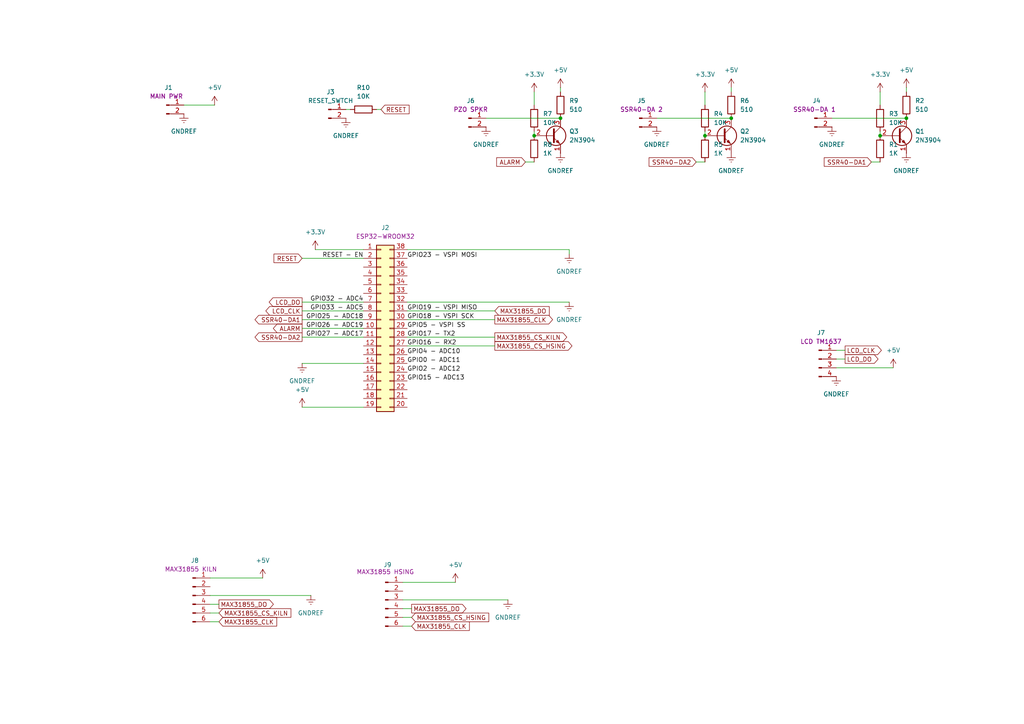
<source format=kicad_sch>
(kicad_sch
	(version 20250114)
	(generator "eeschema")
	(generator_version "9.0")
	(uuid "8528e0ff-ae15-4c3e-a1e5-c7d13cd2669b")
	(paper "A4")
	(title_block
		(title "qtkiln")
		(rev "1")
		(company "Koren Labs Foundy")
	)
	(lib_symbols
		(symbol "Connector:Conn_01x02_Pin"
			(pin_names
				(offset 1.016)
				(hide yes)
			)
			(exclude_from_sim no)
			(in_bom yes)
			(on_board yes)
			(property "Reference" "J"
				(at 0 2.54 0)
				(effects
					(font
						(size 1.27 1.27)
					)
				)
			)
			(property "Value" "Conn_01x02_Pin"
				(at 0 -5.08 0)
				(effects
					(font
						(size 1.27 1.27)
					)
				)
			)
			(property "Footprint" ""
				(at 0 0 0)
				(effects
					(font
						(size 1.27 1.27)
					)
					(hide yes)
				)
			)
			(property "Datasheet" "~"
				(at 0 0 0)
				(effects
					(font
						(size 1.27 1.27)
					)
					(hide yes)
				)
			)
			(property "Description" "Generic connector, single row, 01x02, script generated"
				(at 0 0 0)
				(effects
					(font
						(size 1.27 1.27)
					)
					(hide yes)
				)
			)
			(property "ki_locked" ""
				(at 0 0 0)
				(effects
					(font
						(size 1.27 1.27)
					)
				)
			)
			(property "ki_keywords" "connector"
				(at 0 0 0)
				(effects
					(font
						(size 1.27 1.27)
					)
					(hide yes)
				)
			)
			(property "ki_fp_filters" "Connector*:*_1x??_*"
				(at 0 0 0)
				(effects
					(font
						(size 1.27 1.27)
					)
					(hide yes)
				)
			)
			(symbol "Conn_01x02_Pin_1_1"
				(rectangle
					(start 0.8636 0.127)
					(end 0 -0.127)
					(stroke
						(width 0.1524)
						(type default)
					)
					(fill
						(type outline)
					)
				)
				(rectangle
					(start 0.8636 -2.413)
					(end 0 -2.667)
					(stroke
						(width 0.1524)
						(type default)
					)
					(fill
						(type outline)
					)
				)
				(polyline
					(pts
						(xy 1.27 0) (xy 0.8636 0)
					)
					(stroke
						(width 0.1524)
						(type default)
					)
					(fill
						(type none)
					)
				)
				(polyline
					(pts
						(xy 1.27 -2.54) (xy 0.8636 -2.54)
					)
					(stroke
						(width 0.1524)
						(type default)
					)
					(fill
						(type none)
					)
				)
				(pin passive line
					(at 5.08 0 180)
					(length 3.81)
					(name "Pin_1"
						(effects
							(font
								(size 1.27 1.27)
							)
						)
					)
					(number "1"
						(effects
							(font
								(size 1.27 1.27)
							)
						)
					)
				)
				(pin passive line
					(at 5.08 -2.54 180)
					(length 3.81)
					(name "Pin_2"
						(effects
							(font
								(size 1.27 1.27)
							)
						)
					)
					(number "2"
						(effects
							(font
								(size 1.27 1.27)
							)
						)
					)
				)
			)
			(embedded_fonts no)
		)
		(symbol "Connector:Conn_01x04_Pin"
			(pin_names
				(offset 1.016)
				(hide yes)
			)
			(exclude_from_sim no)
			(in_bom yes)
			(on_board yes)
			(property "Reference" "J"
				(at 0 5.08 0)
				(effects
					(font
						(size 1.27 1.27)
					)
				)
			)
			(property "Value" "Conn_01x04_Pin"
				(at 0 -7.62 0)
				(effects
					(font
						(size 1.27 1.27)
					)
				)
			)
			(property "Footprint" ""
				(at 0 0 0)
				(effects
					(font
						(size 1.27 1.27)
					)
					(hide yes)
				)
			)
			(property "Datasheet" "~"
				(at 0 0 0)
				(effects
					(font
						(size 1.27 1.27)
					)
					(hide yes)
				)
			)
			(property "Description" "Generic connector, single row, 01x04, script generated"
				(at 0 0 0)
				(effects
					(font
						(size 1.27 1.27)
					)
					(hide yes)
				)
			)
			(property "ki_locked" ""
				(at 0 0 0)
				(effects
					(font
						(size 1.27 1.27)
					)
				)
			)
			(property "ki_keywords" "connector"
				(at 0 0 0)
				(effects
					(font
						(size 1.27 1.27)
					)
					(hide yes)
				)
			)
			(property "ki_fp_filters" "Connector*:*_1x??_*"
				(at 0 0 0)
				(effects
					(font
						(size 1.27 1.27)
					)
					(hide yes)
				)
			)
			(symbol "Conn_01x04_Pin_1_1"
				(rectangle
					(start 0.8636 2.667)
					(end 0 2.413)
					(stroke
						(width 0.1524)
						(type default)
					)
					(fill
						(type outline)
					)
				)
				(rectangle
					(start 0.8636 0.127)
					(end 0 -0.127)
					(stroke
						(width 0.1524)
						(type default)
					)
					(fill
						(type outline)
					)
				)
				(rectangle
					(start 0.8636 -2.413)
					(end 0 -2.667)
					(stroke
						(width 0.1524)
						(type default)
					)
					(fill
						(type outline)
					)
				)
				(rectangle
					(start 0.8636 -4.953)
					(end 0 -5.207)
					(stroke
						(width 0.1524)
						(type default)
					)
					(fill
						(type outline)
					)
				)
				(polyline
					(pts
						(xy 1.27 2.54) (xy 0.8636 2.54)
					)
					(stroke
						(width 0.1524)
						(type default)
					)
					(fill
						(type none)
					)
				)
				(polyline
					(pts
						(xy 1.27 0) (xy 0.8636 0)
					)
					(stroke
						(width 0.1524)
						(type default)
					)
					(fill
						(type none)
					)
				)
				(polyline
					(pts
						(xy 1.27 -2.54) (xy 0.8636 -2.54)
					)
					(stroke
						(width 0.1524)
						(type default)
					)
					(fill
						(type none)
					)
				)
				(polyline
					(pts
						(xy 1.27 -5.08) (xy 0.8636 -5.08)
					)
					(stroke
						(width 0.1524)
						(type default)
					)
					(fill
						(type none)
					)
				)
				(pin passive line
					(at 5.08 2.54 180)
					(length 3.81)
					(name "Pin_1"
						(effects
							(font
								(size 1.27 1.27)
							)
						)
					)
					(number "1"
						(effects
							(font
								(size 1.27 1.27)
							)
						)
					)
				)
				(pin passive line
					(at 5.08 0 180)
					(length 3.81)
					(name "Pin_2"
						(effects
							(font
								(size 1.27 1.27)
							)
						)
					)
					(number "2"
						(effects
							(font
								(size 1.27 1.27)
							)
						)
					)
				)
				(pin passive line
					(at 5.08 -2.54 180)
					(length 3.81)
					(name "Pin_3"
						(effects
							(font
								(size 1.27 1.27)
							)
						)
					)
					(number "3"
						(effects
							(font
								(size 1.27 1.27)
							)
						)
					)
				)
				(pin passive line
					(at 5.08 -5.08 180)
					(length 3.81)
					(name "Pin_4"
						(effects
							(font
								(size 1.27 1.27)
							)
						)
					)
					(number "4"
						(effects
							(font
								(size 1.27 1.27)
							)
						)
					)
				)
			)
			(embedded_fonts no)
		)
		(symbol "Connector:Conn_01x06_Pin"
			(pin_names
				(offset 1.016)
				(hide yes)
			)
			(exclude_from_sim no)
			(in_bom yes)
			(on_board yes)
			(property "Reference" "J"
				(at 0 7.62 0)
				(effects
					(font
						(size 1.27 1.27)
					)
				)
			)
			(property "Value" "Conn_01x06_Pin"
				(at 0 -10.16 0)
				(effects
					(font
						(size 1.27 1.27)
					)
				)
			)
			(property "Footprint" ""
				(at 0 0 0)
				(effects
					(font
						(size 1.27 1.27)
					)
					(hide yes)
				)
			)
			(property "Datasheet" "~"
				(at 0 0 0)
				(effects
					(font
						(size 1.27 1.27)
					)
					(hide yes)
				)
			)
			(property "Description" "Generic connector, single row, 01x06, script generated"
				(at 0 0 0)
				(effects
					(font
						(size 1.27 1.27)
					)
					(hide yes)
				)
			)
			(property "ki_locked" ""
				(at 0 0 0)
				(effects
					(font
						(size 1.27 1.27)
					)
				)
			)
			(property "ki_keywords" "connector"
				(at 0 0 0)
				(effects
					(font
						(size 1.27 1.27)
					)
					(hide yes)
				)
			)
			(property "ki_fp_filters" "Connector*:*_1x??_*"
				(at 0 0 0)
				(effects
					(font
						(size 1.27 1.27)
					)
					(hide yes)
				)
			)
			(symbol "Conn_01x06_Pin_1_1"
				(rectangle
					(start 0.8636 5.207)
					(end 0 4.953)
					(stroke
						(width 0.1524)
						(type default)
					)
					(fill
						(type outline)
					)
				)
				(rectangle
					(start 0.8636 2.667)
					(end 0 2.413)
					(stroke
						(width 0.1524)
						(type default)
					)
					(fill
						(type outline)
					)
				)
				(rectangle
					(start 0.8636 0.127)
					(end 0 -0.127)
					(stroke
						(width 0.1524)
						(type default)
					)
					(fill
						(type outline)
					)
				)
				(rectangle
					(start 0.8636 -2.413)
					(end 0 -2.667)
					(stroke
						(width 0.1524)
						(type default)
					)
					(fill
						(type outline)
					)
				)
				(rectangle
					(start 0.8636 -4.953)
					(end 0 -5.207)
					(stroke
						(width 0.1524)
						(type default)
					)
					(fill
						(type outline)
					)
				)
				(rectangle
					(start 0.8636 -7.493)
					(end 0 -7.747)
					(stroke
						(width 0.1524)
						(type default)
					)
					(fill
						(type outline)
					)
				)
				(polyline
					(pts
						(xy 1.27 5.08) (xy 0.8636 5.08)
					)
					(stroke
						(width 0.1524)
						(type default)
					)
					(fill
						(type none)
					)
				)
				(polyline
					(pts
						(xy 1.27 2.54) (xy 0.8636 2.54)
					)
					(stroke
						(width 0.1524)
						(type default)
					)
					(fill
						(type none)
					)
				)
				(polyline
					(pts
						(xy 1.27 0) (xy 0.8636 0)
					)
					(stroke
						(width 0.1524)
						(type default)
					)
					(fill
						(type none)
					)
				)
				(polyline
					(pts
						(xy 1.27 -2.54) (xy 0.8636 -2.54)
					)
					(stroke
						(width 0.1524)
						(type default)
					)
					(fill
						(type none)
					)
				)
				(polyline
					(pts
						(xy 1.27 -5.08) (xy 0.8636 -5.08)
					)
					(stroke
						(width 0.1524)
						(type default)
					)
					(fill
						(type none)
					)
				)
				(polyline
					(pts
						(xy 1.27 -7.62) (xy 0.8636 -7.62)
					)
					(stroke
						(width 0.1524)
						(type default)
					)
					(fill
						(type none)
					)
				)
				(pin passive line
					(at 5.08 5.08 180)
					(length 3.81)
					(name "Pin_1"
						(effects
							(font
								(size 1.27 1.27)
							)
						)
					)
					(number "1"
						(effects
							(font
								(size 1.27 1.27)
							)
						)
					)
				)
				(pin passive line
					(at 5.08 2.54 180)
					(length 3.81)
					(name "Pin_2"
						(effects
							(font
								(size 1.27 1.27)
							)
						)
					)
					(number "2"
						(effects
							(font
								(size 1.27 1.27)
							)
						)
					)
				)
				(pin passive line
					(at 5.08 0 180)
					(length 3.81)
					(name "Pin_3"
						(effects
							(font
								(size 1.27 1.27)
							)
						)
					)
					(number "3"
						(effects
							(font
								(size 1.27 1.27)
							)
						)
					)
				)
				(pin passive line
					(at 5.08 -2.54 180)
					(length 3.81)
					(name "Pin_4"
						(effects
							(font
								(size 1.27 1.27)
							)
						)
					)
					(number "4"
						(effects
							(font
								(size 1.27 1.27)
							)
						)
					)
				)
				(pin passive line
					(at 5.08 -5.08 180)
					(length 3.81)
					(name "Pin_5"
						(effects
							(font
								(size 1.27 1.27)
							)
						)
					)
					(number "5"
						(effects
							(font
								(size 1.27 1.27)
							)
						)
					)
				)
				(pin passive line
					(at 5.08 -7.62 180)
					(length 3.81)
					(name "Pin_6"
						(effects
							(font
								(size 1.27 1.27)
							)
						)
					)
					(number "6"
						(effects
							(font
								(size 1.27 1.27)
							)
						)
					)
				)
			)
			(embedded_fonts no)
		)
		(symbol "Connector_Generic:Conn_02x19_Counter_Clockwise"
			(pin_names
				(offset 1.016)
				(hide yes)
			)
			(exclude_from_sim no)
			(in_bom yes)
			(on_board yes)
			(property "Reference" "J"
				(at 1.27 25.4 0)
				(effects
					(font
						(size 1.27 1.27)
					)
				)
			)
			(property "Value" "Conn_02x19_Counter_Clockwise"
				(at 1.27 -25.4 0)
				(effects
					(font
						(size 1.27 1.27)
					)
				)
			)
			(property "Footprint" ""
				(at 0 0 0)
				(effects
					(font
						(size 1.27 1.27)
					)
					(hide yes)
				)
			)
			(property "Datasheet" "~"
				(at 0 0 0)
				(effects
					(font
						(size 1.27 1.27)
					)
					(hide yes)
				)
			)
			(property "Description" "Generic connector, double row, 02x19, counter clockwise pin numbering scheme (similar to DIP package numbering), script generated (kicad-library-utils/schlib/autogen/connector/)"
				(at 0 0 0)
				(effects
					(font
						(size 1.27 1.27)
					)
					(hide yes)
				)
			)
			(property "ki_keywords" "connector"
				(at 0 0 0)
				(effects
					(font
						(size 1.27 1.27)
					)
					(hide yes)
				)
			)
			(property "ki_fp_filters" "Connector*:*_2x??_*"
				(at 0 0 0)
				(effects
					(font
						(size 1.27 1.27)
					)
					(hide yes)
				)
			)
			(symbol "Conn_02x19_Counter_Clockwise_1_1"
				(rectangle
					(start -1.27 24.13)
					(end 3.81 -24.13)
					(stroke
						(width 0.254)
						(type default)
					)
					(fill
						(type background)
					)
				)
				(rectangle
					(start -1.27 22.987)
					(end 0 22.733)
					(stroke
						(width 0.1524)
						(type default)
					)
					(fill
						(type none)
					)
				)
				(rectangle
					(start -1.27 20.447)
					(end 0 20.193)
					(stroke
						(width 0.1524)
						(type default)
					)
					(fill
						(type none)
					)
				)
				(rectangle
					(start -1.27 17.907)
					(end 0 17.653)
					(stroke
						(width 0.1524)
						(type default)
					)
					(fill
						(type none)
					)
				)
				(rectangle
					(start -1.27 15.367)
					(end 0 15.113)
					(stroke
						(width 0.1524)
						(type default)
					)
					(fill
						(type none)
					)
				)
				(rectangle
					(start -1.27 12.827)
					(end 0 12.573)
					(stroke
						(width 0.1524)
						(type default)
					)
					(fill
						(type none)
					)
				)
				(rectangle
					(start -1.27 10.287)
					(end 0 10.033)
					(stroke
						(width 0.1524)
						(type default)
					)
					(fill
						(type none)
					)
				)
				(rectangle
					(start -1.27 7.747)
					(end 0 7.493)
					(stroke
						(width 0.1524)
						(type default)
					)
					(fill
						(type none)
					)
				)
				(rectangle
					(start -1.27 5.207)
					(end 0 4.953)
					(stroke
						(width 0.1524)
						(type default)
					)
					(fill
						(type none)
					)
				)
				(rectangle
					(start -1.27 2.667)
					(end 0 2.413)
					(stroke
						(width 0.1524)
						(type default)
					)
					(fill
						(type none)
					)
				)
				(rectangle
					(start -1.27 0.127)
					(end 0 -0.127)
					(stroke
						(width 0.1524)
						(type default)
					)
					(fill
						(type none)
					)
				)
				(rectangle
					(start -1.27 -2.413)
					(end 0 -2.667)
					(stroke
						(width 0.1524)
						(type default)
					)
					(fill
						(type none)
					)
				)
				(rectangle
					(start -1.27 -4.953)
					(end 0 -5.207)
					(stroke
						(width 0.1524)
						(type default)
					)
					(fill
						(type none)
					)
				)
				(rectangle
					(start -1.27 -7.493)
					(end 0 -7.747)
					(stroke
						(width 0.1524)
						(type default)
					)
					(fill
						(type none)
					)
				)
				(rectangle
					(start -1.27 -10.033)
					(end 0 -10.287)
					(stroke
						(width 0.1524)
						(type default)
					)
					(fill
						(type none)
					)
				)
				(rectangle
					(start -1.27 -12.573)
					(end 0 -12.827)
					(stroke
						(width 0.1524)
						(type default)
					)
					(fill
						(type none)
					)
				)
				(rectangle
					(start -1.27 -15.113)
					(end 0 -15.367)
					(stroke
						(width 0.1524)
						(type default)
					)
					(fill
						(type none)
					)
				)
				(rectangle
					(start -1.27 -17.653)
					(end 0 -17.907)
					(stroke
						(width 0.1524)
						(type default)
					)
					(fill
						(type none)
					)
				)
				(rectangle
					(start -1.27 -20.193)
					(end 0 -20.447)
					(stroke
						(width 0.1524)
						(type default)
					)
					(fill
						(type none)
					)
				)
				(rectangle
					(start -1.27 -22.733)
					(end 0 -22.987)
					(stroke
						(width 0.1524)
						(type default)
					)
					(fill
						(type none)
					)
				)
				(rectangle
					(start 3.81 22.987)
					(end 2.54 22.733)
					(stroke
						(width 0.1524)
						(type default)
					)
					(fill
						(type none)
					)
				)
				(rectangle
					(start 3.81 20.447)
					(end 2.54 20.193)
					(stroke
						(width 0.1524)
						(type default)
					)
					(fill
						(type none)
					)
				)
				(rectangle
					(start 3.81 17.907)
					(end 2.54 17.653)
					(stroke
						(width 0.1524)
						(type default)
					)
					(fill
						(type none)
					)
				)
				(rectangle
					(start 3.81 15.367)
					(end 2.54 15.113)
					(stroke
						(width 0.1524)
						(type default)
					)
					(fill
						(type none)
					)
				)
				(rectangle
					(start 3.81 12.827)
					(end 2.54 12.573)
					(stroke
						(width 0.1524)
						(type default)
					)
					(fill
						(type none)
					)
				)
				(rectangle
					(start 3.81 10.287)
					(end 2.54 10.033)
					(stroke
						(width 0.1524)
						(type default)
					)
					(fill
						(type none)
					)
				)
				(rectangle
					(start 3.81 7.747)
					(end 2.54 7.493)
					(stroke
						(width 0.1524)
						(type default)
					)
					(fill
						(type none)
					)
				)
				(rectangle
					(start 3.81 5.207)
					(end 2.54 4.953)
					(stroke
						(width 0.1524)
						(type default)
					)
					(fill
						(type none)
					)
				)
				(rectangle
					(start 3.81 2.667)
					(end 2.54 2.413)
					(stroke
						(width 0.1524)
						(type default)
					)
					(fill
						(type none)
					)
				)
				(rectangle
					(start 3.81 0.127)
					(end 2.54 -0.127)
					(stroke
						(width 0.1524)
						(type default)
					)
					(fill
						(type none)
					)
				)
				(rectangle
					(start 3.81 -2.413)
					(end 2.54 -2.667)
					(stroke
						(width 0.1524)
						(type default)
					)
					(fill
						(type none)
					)
				)
				(rectangle
					(start 3.81 -4.953)
					(end 2.54 -5.207)
					(stroke
						(width 0.1524)
						(type default)
					)
					(fill
						(type none)
					)
				)
				(rectangle
					(start 3.81 -7.493)
					(end 2.54 -7.747)
					(stroke
						(width 0.1524)
						(type default)
					)
					(fill
						(type none)
					)
				)
				(rectangle
					(start 3.81 -10.033)
					(end 2.54 -10.287)
					(stroke
						(width 0.1524)
						(type default)
					)
					(fill
						(type none)
					)
				)
				(rectangle
					(start 3.81 -12.573)
					(end 2.54 -12.827)
					(stroke
						(width 0.1524)
						(type default)
					)
					(fill
						(type none)
					)
				)
				(rectangle
					(start 3.81 -15.113)
					(end 2.54 -15.367)
					(stroke
						(width 0.1524)
						(type default)
					)
					(fill
						(type none)
					)
				)
				(rectangle
					(start 3.81 -17.653)
					(end 2.54 -17.907)
					(stroke
						(width 0.1524)
						(type default)
					)
					(fill
						(type none)
					)
				)
				(rectangle
					(start 3.81 -20.193)
					(end 2.54 -20.447)
					(stroke
						(width 0.1524)
						(type default)
					)
					(fill
						(type none)
					)
				)
				(rectangle
					(start 3.81 -22.733)
					(end 2.54 -22.987)
					(stroke
						(width 0.1524)
						(type default)
					)
					(fill
						(type none)
					)
				)
				(pin passive line
					(at -5.08 22.86 0)
					(length 3.81)
					(name "Pin_1"
						(effects
							(font
								(size 1.27 1.27)
							)
						)
					)
					(number "1"
						(effects
							(font
								(size 1.27 1.27)
							)
						)
					)
				)
				(pin passive line
					(at -5.08 20.32 0)
					(length 3.81)
					(name "Pin_2"
						(effects
							(font
								(size 1.27 1.27)
							)
						)
					)
					(number "2"
						(effects
							(font
								(size 1.27 1.27)
							)
						)
					)
				)
				(pin passive line
					(at -5.08 17.78 0)
					(length 3.81)
					(name "Pin_3"
						(effects
							(font
								(size 1.27 1.27)
							)
						)
					)
					(number "3"
						(effects
							(font
								(size 1.27 1.27)
							)
						)
					)
				)
				(pin passive line
					(at -5.08 15.24 0)
					(length 3.81)
					(name "Pin_4"
						(effects
							(font
								(size 1.27 1.27)
							)
						)
					)
					(number "4"
						(effects
							(font
								(size 1.27 1.27)
							)
						)
					)
				)
				(pin passive line
					(at -5.08 12.7 0)
					(length 3.81)
					(name "Pin_5"
						(effects
							(font
								(size 1.27 1.27)
							)
						)
					)
					(number "5"
						(effects
							(font
								(size 1.27 1.27)
							)
						)
					)
				)
				(pin passive line
					(at -5.08 10.16 0)
					(length 3.81)
					(name "Pin_6"
						(effects
							(font
								(size 1.27 1.27)
							)
						)
					)
					(number "6"
						(effects
							(font
								(size 1.27 1.27)
							)
						)
					)
				)
				(pin passive line
					(at -5.08 7.62 0)
					(length 3.81)
					(name "Pin_7"
						(effects
							(font
								(size 1.27 1.27)
							)
						)
					)
					(number "7"
						(effects
							(font
								(size 1.27 1.27)
							)
						)
					)
				)
				(pin passive line
					(at -5.08 5.08 0)
					(length 3.81)
					(name "Pin_8"
						(effects
							(font
								(size 1.27 1.27)
							)
						)
					)
					(number "8"
						(effects
							(font
								(size 1.27 1.27)
							)
						)
					)
				)
				(pin passive line
					(at -5.08 2.54 0)
					(length 3.81)
					(name "Pin_9"
						(effects
							(font
								(size 1.27 1.27)
							)
						)
					)
					(number "9"
						(effects
							(font
								(size 1.27 1.27)
							)
						)
					)
				)
				(pin passive line
					(at -5.08 0 0)
					(length 3.81)
					(name "Pin_10"
						(effects
							(font
								(size 1.27 1.27)
							)
						)
					)
					(number "10"
						(effects
							(font
								(size 1.27 1.27)
							)
						)
					)
				)
				(pin passive line
					(at -5.08 -2.54 0)
					(length 3.81)
					(name "Pin_11"
						(effects
							(font
								(size 1.27 1.27)
							)
						)
					)
					(number "11"
						(effects
							(font
								(size 1.27 1.27)
							)
						)
					)
				)
				(pin passive line
					(at -5.08 -5.08 0)
					(length 3.81)
					(name "Pin_12"
						(effects
							(font
								(size 1.27 1.27)
							)
						)
					)
					(number "12"
						(effects
							(font
								(size 1.27 1.27)
							)
						)
					)
				)
				(pin passive line
					(at -5.08 -7.62 0)
					(length 3.81)
					(name "Pin_13"
						(effects
							(font
								(size 1.27 1.27)
							)
						)
					)
					(number "13"
						(effects
							(font
								(size 1.27 1.27)
							)
						)
					)
				)
				(pin passive line
					(at -5.08 -10.16 0)
					(length 3.81)
					(name "Pin_14"
						(effects
							(font
								(size 1.27 1.27)
							)
						)
					)
					(number "14"
						(effects
							(font
								(size 1.27 1.27)
							)
						)
					)
				)
				(pin passive line
					(at -5.08 -12.7 0)
					(length 3.81)
					(name "Pin_15"
						(effects
							(font
								(size 1.27 1.27)
							)
						)
					)
					(number "15"
						(effects
							(font
								(size 1.27 1.27)
							)
						)
					)
				)
				(pin passive line
					(at -5.08 -15.24 0)
					(length 3.81)
					(name "Pin_16"
						(effects
							(font
								(size 1.27 1.27)
							)
						)
					)
					(number "16"
						(effects
							(font
								(size 1.27 1.27)
							)
						)
					)
				)
				(pin passive line
					(at -5.08 -17.78 0)
					(length 3.81)
					(name "Pin_17"
						(effects
							(font
								(size 1.27 1.27)
							)
						)
					)
					(number "17"
						(effects
							(font
								(size 1.27 1.27)
							)
						)
					)
				)
				(pin passive line
					(at -5.08 -20.32 0)
					(length 3.81)
					(name "Pin_18"
						(effects
							(font
								(size 1.27 1.27)
							)
						)
					)
					(number "18"
						(effects
							(font
								(size 1.27 1.27)
							)
						)
					)
				)
				(pin passive line
					(at -5.08 -22.86 0)
					(length 3.81)
					(name "Pin_19"
						(effects
							(font
								(size 1.27 1.27)
							)
						)
					)
					(number "19"
						(effects
							(font
								(size 1.27 1.27)
							)
						)
					)
				)
				(pin passive line
					(at 7.62 22.86 180)
					(length 3.81)
					(name "Pin_38"
						(effects
							(font
								(size 1.27 1.27)
							)
						)
					)
					(number "38"
						(effects
							(font
								(size 1.27 1.27)
							)
						)
					)
				)
				(pin passive line
					(at 7.62 20.32 180)
					(length 3.81)
					(name "Pin_37"
						(effects
							(font
								(size 1.27 1.27)
							)
						)
					)
					(number "37"
						(effects
							(font
								(size 1.27 1.27)
							)
						)
					)
				)
				(pin passive line
					(at 7.62 17.78 180)
					(length 3.81)
					(name "Pin_36"
						(effects
							(font
								(size 1.27 1.27)
							)
						)
					)
					(number "36"
						(effects
							(font
								(size 1.27 1.27)
							)
						)
					)
				)
				(pin passive line
					(at 7.62 15.24 180)
					(length 3.81)
					(name "Pin_35"
						(effects
							(font
								(size 1.27 1.27)
							)
						)
					)
					(number "35"
						(effects
							(font
								(size 1.27 1.27)
							)
						)
					)
				)
				(pin passive line
					(at 7.62 12.7 180)
					(length 3.81)
					(name "Pin_34"
						(effects
							(font
								(size 1.27 1.27)
							)
						)
					)
					(number "34"
						(effects
							(font
								(size 1.27 1.27)
							)
						)
					)
				)
				(pin passive line
					(at 7.62 10.16 180)
					(length 3.81)
					(name "Pin_33"
						(effects
							(font
								(size 1.27 1.27)
							)
						)
					)
					(number "33"
						(effects
							(font
								(size 1.27 1.27)
							)
						)
					)
				)
				(pin passive line
					(at 7.62 7.62 180)
					(length 3.81)
					(name "Pin_32"
						(effects
							(font
								(size 1.27 1.27)
							)
						)
					)
					(number "32"
						(effects
							(font
								(size 1.27 1.27)
							)
						)
					)
				)
				(pin passive line
					(at 7.62 5.08 180)
					(length 3.81)
					(name "Pin_31"
						(effects
							(font
								(size 1.27 1.27)
							)
						)
					)
					(number "31"
						(effects
							(font
								(size 1.27 1.27)
							)
						)
					)
				)
				(pin passive line
					(at 7.62 2.54 180)
					(length 3.81)
					(name "Pin_30"
						(effects
							(font
								(size 1.27 1.27)
							)
						)
					)
					(number "30"
						(effects
							(font
								(size 1.27 1.27)
							)
						)
					)
				)
				(pin passive line
					(at 7.62 0 180)
					(length 3.81)
					(name "Pin_29"
						(effects
							(font
								(size 1.27 1.27)
							)
						)
					)
					(number "29"
						(effects
							(font
								(size 1.27 1.27)
							)
						)
					)
				)
				(pin passive line
					(at 7.62 -2.54 180)
					(length 3.81)
					(name "Pin_28"
						(effects
							(font
								(size 1.27 1.27)
							)
						)
					)
					(number "28"
						(effects
							(font
								(size 1.27 1.27)
							)
						)
					)
				)
				(pin passive line
					(at 7.62 -5.08 180)
					(length 3.81)
					(name "Pin_27"
						(effects
							(font
								(size 1.27 1.27)
							)
						)
					)
					(number "27"
						(effects
							(font
								(size 1.27 1.27)
							)
						)
					)
				)
				(pin passive line
					(at 7.62 -7.62 180)
					(length 3.81)
					(name "Pin_26"
						(effects
							(font
								(size 1.27 1.27)
							)
						)
					)
					(number "26"
						(effects
							(font
								(size 1.27 1.27)
							)
						)
					)
				)
				(pin passive line
					(at 7.62 -10.16 180)
					(length 3.81)
					(name "Pin_25"
						(effects
							(font
								(size 1.27 1.27)
							)
						)
					)
					(number "25"
						(effects
							(font
								(size 1.27 1.27)
							)
						)
					)
				)
				(pin passive line
					(at 7.62 -12.7 180)
					(length 3.81)
					(name "Pin_24"
						(effects
							(font
								(size 1.27 1.27)
							)
						)
					)
					(number "24"
						(effects
							(font
								(size 1.27 1.27)
							)
						)
					)
				)
				(pin passive line
					(at 7.62 -15.24 180)
					(length 3.81)
					(name "Pin_23"
						(effects
							(font
								(size 1.27 1.27)
							)
						)
					)
					(number "23"
						(effects
							(font
								(size 1.27 1.27)
							)
						)
					)
				)
				(pin passive line
					(at 7.62 -17.78 180)
					(length 3.81)
					(name "Pin_22"
						(effects
							(font
								(size 1.27 1.27)
							)
						)
					)
					(number "22"
						(effects
							(font
								(size 1.27 1.27)
							)
						)
					)
				)
				(pin passive line
					(at 7.62 -20.32 180)
					(length 3.81)
					(name "Pin_21"
						(effects
							(font
								(size 1.27 1.27)
							)
						)
					)
					(number "21"
						(effects
							(font
								(size 1.27 1.27)
							)
						)
					)
				)
				(pin passive line
					(at 7.62 -22.86 180)
					(length 3.81)
					(name "Pin_20"
						(effects
							(font
								(size 1.27 1.27)
							)
						)
					)
					(number "20"
						(effects
							(font
								(size 1.27 1.27)
							)
						)
					)
				)
			)
			(embedded_fonts no)
		)
		(symbol "Device:R"
			(pin_numbers
				(hide yes)
			)
			(pin_names
				(offset 0)
			)
			(exclude_from_sim no)
			(in_bom yes)
			(on_board yes)
			(property "Reference" "R"
				(at 2.032 0 90)
				(effects
					(font
						(size 1.27 1.27)
					)
				)
			)
			(property "Value" "R"
				(at 0 0 90)
				(effects
					(font
						(size 1.27 1.27)
					)
				)
			)
			(property "Footprint" ""
				(at -1.778 0 90)
				(effects
					(font
						(size 1.27 1.27)
					)
					(hide yes)
				)
			)
			(property "Datasheet" "~"
				(at 0 0 0)
				(effects
					(font
						(size 1.27 1.27)
					)
					(hide yes)
				)
			)
			(property "Description" "Resistor"
				(at 0 0 0)
				(effects
					(font
						(size 1.27 1.27)
					)
					(hide yes)
				)
			)
			(property "ki_keywords" "R res resistor"
				(at 0 0 0)
				(effects
					(font
						(size 1.27 1.27)
					)
					(hide yes)
				)
			)
			(property "ki_fp_filters" "R_*"
				(at 0 0 0)
				(effects
					(font
						(size 1.27 1.27)
					)
					(hide yes)
				)
			)
			(symbol "R_0_1"
				(rectangle
					(start -1.016 -2.54)
					(end 1.016 2.54)
					(stroke
						(width 0.254)
						(type default)
					)
					(fill
						(type none)
					)
				)
			)
			(symbol "R_1_1"
				(pin passive line
					(at 0 3.81 270)
					(length 1.27)
					(name "~"
						(effects
							(font
								(size 1.27 1.27)
							)
						)
					)
					(number "1"
						(effects
							(font
								(size 1.27 1.27)
							)
						)
					)
				)
				(pin passive line
					(at 0 -3.81 90)
					(length 1.27)
					(name "~"
						(effects
							(font
								(size 1.27 1.27)
							)
						)
					)
					(number "2"
						(effects
							(font
								(size 1.27 1.27)
							)
						)
					)
				)
			)
			(embedded_fonts no)
		)
		(symbol "Transistor_BJT:2N3904"
			(pin_names
				(offset 0)
				(hide yes)
			)
			(exclude_from_sim no)
			(in_bom yes)
			(on_board yes)
			(property "Reference" "Q"
				(at 5.08 1.905 0)
				(effects
					(font
						(size 1.27 1.27)
					)
					(justify left)
				)
			)
			(property "Value" "2N3904"
				(at 5.08 0 0)
				(effects
					(font
						(size 1.27 1.27)
					)
					(justify left)
				)
			)
			(property "Footprint" "Package_TO_SOT_THT:TO-92_Inline"
				(at 5.08 -1.905 0)
				(effects
					(font
						(size 1.27 1.27)
						(italic yes)
					)
					(justify left)
					(hide yes)
				)
			)
			(property "Datasheet" "https://www.onsemi.com/pub/Collateral/2N3903-D.PDF"
				(at 0 0 0)
				(effects
					(font
						(size 1.27 1.27)
					)
					(justify left)
					(hide yes)
				)
			)
			(property "Description" "0.2A Ic, 40V Vce, Small Signal NPN Transistor, TO-92"
				(at 0 0 0)
				(effects
					(font
						(size 1.27 1.27)
					)
					(hide yes)
				)
			)
			(property "ki_keywords" "NPN Transistor"
				(at 0 0 0)
				(effects
					(font
						(size 1.27 1.27)
					)
					(hide yes)
				)
			)
			(property "ki_fp_filters" "TO?92*"
				(at 0 0 0)
				(effects
					(font
						(size 1.27 1.27)
					)
					(hide yes)
				)
			)
			(symbol "2N3904_0_1"
				(polyline
					(pts
						(xy -2.54 0) (xy 0.635 0)
					)
					(stroke
						(width 0)
						(type default)
					)
					(fill
						(type none)
					)
				)
				(polyline
					(pts
						(xy 0.635 1.905) (xy 0.635 -1.905)
					)
					(stroke
						(width 0.508)
						(type default)
					)
					(fill
						(type none)
					)
				)
				(circle
					(center 1.27 0)
					(radius 2.8194)
					(stroke
						(width 0.254)
						(type default)
					)
					(fill
						(type none)
					)
				)
			)
			(symbol "2N3904_1_1"
				(polyline
					(pts
						(xy 0.635 0.635) (xy 2.54 2.54)
					)
					(stroke
						(width 0)
						(type default)
					)
					(fill
						(type none)
					)
				)
				(polyline
					(pts
						(xy 0.635 -0.635) (xy 2.54 -2.54)
					)
					(stroke
						(width 0)
						(type default)
					)
					(fill
						(type none)
					)
				)
				(polyline
					(pts
						(xy 1.27 -1.778) (xy 1.778 -1.27) (xy 2.286 -2.286) (xy 1.27 -1.778)
					)
					(stroke
						(width 0)
						(type default)
					)
					(fill
						(type outline)
					)
				)
				(pin input line
					(at -5.08 0 0)
					(length 2.54)
					(name "B"
						(effects
							(font
								(size 1.27 1.27)
							)
						)
					)
					(number "2"
						(effects
							(font
								(size 1.27 1.27)
							)
						)
					)
				)
				(pin passive line
					(at 2.54 5.08 270)
					(length 2.54)
					(name "C"
						(effects
							(font
								(size 1.27 1.27)
							)
						)
					)
					(number "3"
						(effects
							(font
								(size 1.27 1.27)
							)
						)
					)
				)
				(pin passive line
					(at 2.54 -5.08 90)
					(length 2.54)
					(name "E"
						(effects
							(font
								(size 1.27 1.27)
							)
						)
					)
					(number "1"
						(effects
							(font
								(size 1.27 1.27)
							)
						)
					)
				)
			)
			(embedded_fonts no)
		)
		(symbol "power:+3.3V"
			(power)
			(pin_numbers
				(hide yes)
			)
			(pin_names
				(offset 0)
				(hide yes)
			)
			(exclude_from_sim no)
			(in_bom yes)
			(on_board yes)
			(property "Reference" "#PWR"
				(at 0 -3.81 0)
				(effects
					(font
						(size 1.27 1.27)
					)
					(hide yes)
				)
			)
			(property "Value" "+3.3V"
				(at 0 3.556 0)
				(effects
					(font
						(size 1.27 1.27)
					)
				)
			)
			(property "Footprint" ""
				(at 0 0 0)
				(effects
					(font
						(size 1.27 1.27)
					)
					(hide yes)
				)
			)
			(property "Datasheet" ""
				(at 0 0 0)
				(effects
					(font
						(size 1.27 1.27)
					)
					(hide yes)
				)
			)
			(property "Description" "Power symbol creates a global label with name \"+3.3V\""
				(at 0 0 0)
				(effects
					(font
						(size 1.27 1.27)
					)
					(hide yes)
				)
			)
			(property "ki_keywords" "global power"
				(at 0 0 0)
				(effects
					(font
						(size 1.27 1.27)
					)
					(hide yes)
				)
			)
			(symbol "+3.3V_0_1"
				(polyline
					(pts
						(xy -0.762 1.27) (xy 0 2.54)
					)
					(stroke
						(width 0)
						(type default)
					)
					(fill
						(type none)
					)
				)
				(polyline
					(pts
						(xy 0 2.54) (xy 0.762 1.27)
					)
					(stroke
						(width 0)
						(type default)
					)
					(fill
						(type none)
					)
				)
				(polyline
					(pts
						(xy 0 0) (xy 0 2.54)
					)
					(stroke
						(width 0)
						(type default)
					)
					(fill
						(type none)
					)
				)
			)
			(symbol "+3.3V_1_1"
				(pin power_in line
					(at 0 0 90)
					(length 0)
					(name "~"
						(effects
							(font
								(size 1.27 1.27)
							)
						)
					)
					(number "1"
						(effects
							(font
								(size 1.27 1.27)
							)
						)
					)
				)
			)
			(embedded_fonts no)
		)
		(symbol "power:+5V"
			(power)
			(pin_numbers
				(hide yes)
			)
			(pin_names
				(offset 0)
				(hide yes)
			)
			(exclude_from_sim no)
			(in_bom yes)
			(on_board yes)
			(property "Reference" "#PWR"
				(at 0 -3.81 0)
				(effects
					(font
						(size 1.27 1.27)
					)
					(hide yes)
				)
			)
			(property "Value" "+5V"
				(at 0 3.556 0)
				(effects
					(font
						(size 1.27 1.27)
					)
				)
			)
			(property "Footprint" ""
				(at 0 0 0)
				(effects
					(font
						(size 1.27 1.27)
					)
					(hide yes)
				)
			)
			(property "Datasheet" ""
				(at 0 0 0)
				(effects
					(font
						(size 1.27 1.27)
					)
					(hide yes)
				)
			)
			(property "Description" "Power symbol creates a global label with name \"+5V\""
				(at 0 0 0)
				(effects
					(font
						(size 1.27 1.27)
					)
					(hide yes)
				)
			)
			(property "ki_keywords" "global power"
				(at 0 0 0)
				(effects
					(font
						(size 1.27 1.27)
					)
					(hide yes)
				)
			)
			(symbol "+5V_0_1"
				(polyline
					(pts
						(xy -0.762 1.27) (xy 0 2.54)
					)
					(stroke
						(width 0)
						(type default)
					)
					(fill
						(type none)
					)
				)
				(polyline
					(pts
						(xy 0 2.54) (xy 0.762 1.27)
					)
					(stroke
						(width 0)
						(type default)
					)
					(fill
						(type none)
					)
				)
				(polyline
					(pts
						(xy 0 0) (xy 0 2.54)
					)
					(stroke
						(width 0)
						(type default)
					)
					(fill
						(type none)
					)
				)
			)
			(symbol "+5V_1_1"
				(pin power_in line
					(at 0 0 90)
					(length 0)
					(name "~"
						(effects
							(font
								(size 1.27 1.27)
							)
						)
					)
					(number "1"
						(effects
							(font
								(size 1.27 1.27)
							)
						)
					)
				)
			)
			(embedded_fonts no)
		)
		(symbol "power:GNDREF"
			(power)
			(pin_numbers
				(hide yes)
			)
			(pin_names
				(offset 0)
				(hide yes)
			)
			(exclude_from_sim no)
			(in_bom yes)
			(on_board yes)
			(property "Reference" "#PWR"
				(at 0 -6.35 0)
				(effects
					(font
						(size 1.27 1.27)
					)
					(hide yes)
				)
			)
			(property "Value" "GNDREF"
				(at 0 -3.81 0)
				(effects
					(font
						(size 1.27 1.27)
					)
				)
			)
			(property "Footprint" ""
				(at 0 0 0)
				(effects
					(font
						(size 1.27 1.27)
					)
					(hide yes)
				)
			)
			(property "Datasheet" ""
				(at 0 0 0)
				(effects
					(font
						(size 1.27 1.27)
					)
					(hide yes)
				)
			)
			(property "Description" "Power symbol creates a global label with name \"GNDREF\" , reference supply ground"
				(at 0 0 0)
				(effects
					(font
						(size 1.27 1.27)
					)
					(hide yes)
				)
			)
			(property "ki_keywords" "global power"
				(at 0 0 0)
				(effects
					(font
						(size 1.27 1.27)
					)
					(hide yes)
				)
			)
			(symbol "GNDREF_0_1"
				(polyline
					(pts
						(xy -0.635 -1.905) (xy 0.635 -1.905)
					)
					(stroke
						(width 0)
						(type default)
					)
					(fill
						(type none)
					)
				)
				(polyline
					(pts
						(xy -0.127 -2.54) (xy 0.127 -2.54)
					)
					(stroke
						(width 0)
						(type default)
					)
					(fill
						(type none)
					)
				)
				(polyline
					(pts
						(xy 0 -1.27) (xy 0 0)
					)
					(stroke
						(width 0)
						(type default)
					)
					(fill
						(type none)
					)
				)
				(polyline
					(pts
						(xy 1.27 -1.27) (xy -1.27 -1.27)
					)
					(stroke
						(width 0)
						(type default)
					)
					(fill
						(type none)
					)
				)
			)
			(symbol "GNDREF_1_1"
				(pin power_in line
					(at 0 0 270)
					(length 0)
					(name "~"
						(effects
							(font
								(size 1.27 1.27)
							)
						)
					)
					(number "1"
						(effects
							(font
								(size 1.27 1.27)
							)
						)
					)
				)
			)
			(embedded_fonts no)
		)
	)
	(junction
		(at 212.09 34.29)
		(diameter 0)
		(color 0 0 0 0)
		(uuid "13375b37-414c-48ce-9952-f2b93d1bbe3b")
	)
	(junction
		(at 204.47 39.37)
		(diameter 0)
		(color 0 0 0 0)
		(uuid "86b60750-fd3d-4f7b-af01-63626f90945e")
	)
	(junction
		(at 154.94 39.37)
		(diameter 0)
		(color 0 0 0 0)
		(uuid "8a004eef-71a1-4919-972d-2306f4c65675")
	)
	(junction
		(at 162.56 34.29)
		(diameter 0)
		(color 0 0 0 0)
		(uuid "8f7eb663-7d0a-4444-bf88-bde864af49e8")
	)
	(junction
		(at 262.89 34.29)
		(diameter 0)
		(color 0 0 0 0)
		(uuid "e66b2f99-9162-438f-aff9-c40a953e4ae5")
	)
	(junction
		(at 255.27 39.37)
		(diameter 0)
		(color 0 0 0 0)
		(uuid "ea8630f6-d34a-49f9-8776-218ff9147345")
	)
	(wire
		(pts
			(xy 165.1 72.39) (xy 118.11 72.39)
		)
		(stroke
			(width 0)
			(type default)
		)
		(uuid "04bb0b99-f47b-4d5d-904b-fbea62104635")
	)
	(wire
		(pts
			(xy 87.63 90.17) (xy 105.41 90.17)
		)
		(stroke
			(width 0)
			(type default)
		)
		(uuid "09fffbc5-f014-4440-86b3-7148e4343b37")
	)
	(wire
		(pts
			(xy 118.11 87.63) (xy 165.1 87.63)
		)
		(stroke
			(width 0)
			(type default)
		)
		(uuid "10738504-508c-4805-b81d-174ad8929629")
	)
	(wire
		(pts
			(xy 118.11 92.71) (xy 143.51 92.71)
		)
		(stroke
			(width 0)
			(type default)
		)
		(uuid "13774360-41ef-4700-9cac-70cbdfde6f83")
	)
	(wire
		(pts
			(xy 116.84 181.61) (xy 119.38 181.61)
		)
		(stroke
			(width 0)
			(type default)
		)
		(uuid "1d14f0eb-65a9-4427-993a-5a3860c3bbc6")
	)
	(wire
		(pts
			(xy 118.11 90.17) (xy 143.51 90.17)
		)
		(stroke
			(width 0)
			(type default)
		)
		(uuid "230438e7-e9c6-4205-8fd3-14d03e72a639")
	)
	(wire
		(pts
			(xy 242.57 106.68) (xy 259.08 106.68)
		)
		(stroke
			(width 0)
			(type default)
		)
		(uuid "284d22a6-c958-457b-a064-52620bb71b80")
	)
	(wire
		(pts
			(xy 255.27 38.1) (xy 255.27 39.37)
		)
		(stroke
			(width 0)
			(type default)
		)
		(uuid "33bd6c21-031d-40ca-ace6-60221c2d045a")
	)
	(wire
		(pts
			(xy 100.33 31.75) (xy 101.6 31.75)
		)
		(stroke
			(width 0)
			(type default)
		)
		(uuid "33c29185-ac6e-47a4-8eec-8b6bc396786c")
	)
	(wire
		(pts
			(xy 252.73 46.99) (xy 255.27 46.99)
		)
		(stroke
			(width 0)
			(type default)
		)
		(uuid "365c4497-cd75-45af-9532-1d670055d63c")
	)
	(wire
		(pts
			(xy 91.44 72.39) (xy 105.41 72.39)
		)
		(stroke
			(width 0)
			(type default)
		)
		(uuid "372f5791-05fb-4114-b960-a2faff0ffd5b")
	)
	(wire
		(pts
			(xy 87.63 95.25) (xy 105.41 95.25)
		)
		(stroke
			(width 0)
			(type default)
		)
		(uuid "422b2b17-156f-40f4-9f2a-8866ba98af96")
	)
	(wire
		(pts
			(xy 87.63 97.79) (xy 105.41 97.79)
		)
		(stroke
			(width 0)
			(type default)
		)
		(uuid "44530a94-b024-4f67-bec3-4d2325c3330e")
	)
	(wire
		(pts
			(xy 116.84 168.91) (xy 132.08 168.91)
		)
		(stroke
			(width 0)
			(type default)
		)
		(uuid "45aad969-fe02-4390-a57d-1aadfcfa55b4")
	)
	(wire
		(pts
			(xy 162.56 25.4) (xy 162.56 26.67)
		)
		(stroke
			(width 0)
			(type default)
		)
		(uuid "4965d752-3c4e-4e5a-b883-6ae900a56860")
	)
	(wire
		(pts
			(xy 118.11 97.79) (xy 143.51 97.79)
		)
		(stroke
			(width 0)
			(type default)
		)
		(uuid "54aa7d5d-6ace-4426-b3fa-25d6a290b9a8")
	)
	(wire
		(pts
			(xy 154.94 30.48) (xy 154.94 26.67)
		)
		(stroke
			(width 0)
			(type default)
		)
		(uuid "55731bd9-3475-4cbf-a8a1-7945cc4cdfd6")
	)
	(wire
		(pts
			(xy 87.63 87.63) (xy 105.41 87.63)
		)
		(stroke
			(width 0)
			(type default)
		)
		(uuid "573d5c84-fceb-4e5a-8fbb-8a708e4696e3")
	)
	(wire
		(pts
			(xy 60.96 167.64) (xy 76.2 167.64)
		)
		(stroke
			(width 0)
			(type default)
		)
		(uuid "57985536-1392-4edf-87c2-531552f39536")
	)
	(wire
		(pts
			(xy 118.11 100.33) (xy 143.51 100.33)
		)
		(stroke
			(width 0)
			(type default)
		)
		(uuid "579e3bb5-965f-4629-ad0c-296708f9c650")
	)
	(wire
		(pts
			(xy 204.47 38.1) (xy 204.47 39.37)
		)
		(stroke
			(width 0)
			(type default)
		)
		(uuid "69244a94-d25e-4c67-94e4-74b590720ef7")
	)
	(wire
		(pts
			(xy 87.63 118.11) (xy 105.41 118.11)
		)
		(stroke
			(width 0)
			(type default)
		)
		(uuid "6ae9971d-7313-437a-a55a-99af3eb76403")
	)
	(wire
		(pts
			(xy 87.63 74.93) (xy 105.41 74.93)
		)
		(stroke
			(width 0)
			(type default)
		)
		(uuid "6c0f817a-df0c-4c1b-a533-c32a104ae128")
	)
	(wire
		(pts
			(xy 60.96 175.26) (xy 63.5 175.26)
		)
		(stroke
			(width 0)
			(type default)
		)
		(uuid "6ebcce17-c677-40cf-b8b3-eef82d168ce7")
	)
	(wire
		(pts
			(xy 212.09 25.4) (xy 212.09 26.67)
		)
		(stroke
			(width 0)
			(type default)
		)
		(uuid "7155fd6d-5953-4550-a319-2b7345532b6b")
	)
	(wire
		(pts
			(xy 201.93 46.99) (xy 204.47 46.99)
		)
		(stroke
			(width 0)
			(type default)
		)
		(uuid "76b4e07a-c407-4b9c-965f-8b0207c7298d")
	)
	(wire
		(pts
			(xy 109.22 31.75) (xy 110.49 31.75)
		)
		(stroke
			(width 0)
			(type default)
		)
		(uuid "9d3707e6-5988-478b-9275-ba3dca860985")
	)
	(wire
		(pts
			(xy 255.27 30.48) (xy 255.27 26.67)
		)
		(stroke
			(width 0)
			(type default)
		)
		(uuid "a2d1a224-3553-42da-8ea3-110bc5bd9763")
	)
	(wire
		(pts
			(xy 152.4 46.99) (xy 154.94 46.99)
		)
		(stroke
			(width 0)
			(type default)
		)
		(uuid "a46b18c3-24f9-495b-be31-d310557ac41c")
	)
	(wire
		(pts
			(xy 242.57 104.14) (xy 245.11 104.14)
		)
		(stroke
			(width 0)
			(type default)
		)
		(uuid "a5457426-d578-4c17-b60d-42a0ea08b2c2")
	)
	(wire
		(pts
			(xy 53.34 30.48) (xy 62.23 30.48)
		)
		(stroke
			(width 0)
			(type default)
		)
		(uuid "ab419640-ccc0-483b-8f96-236138ac41a4")
	)
	(wire
		(pts
			(xy 60.96 177.8) (xy 63.5 177.8)
		)
		(stroke
			(width 0)
			(type default)
		)
		(uuid "afd6a46d-cae9-4e90-b0ff-d62bc8239ce7")
	)
	(wire
		(pts
			(xy 190.5 34.29) (xy 212.09 34.29)
		)
		(stroke
			(width 0)
			(type default)
		)
		(uuid "b3ccde6e-1a35-4e7a-9195-dc7ed65acd41")
	)
	(wire
		(pts
			(xy 116.84 179.07) (xy 119.38 179.07)
		)
		(stroke
			(width 0)
			(type default)
		)
		(uuid "b5b67502-b4a3-4b6e-a5bc-cc1f9f7f473a")
	)
	(wire
		(pts
			(xy 116.84 173.99) (xy 147.32 173.99)
		)
		(stroke
			(width 0)
			(type default)
		)
		(uuid "bd528ac5-b12e-47c1-988b-4d9690319f7c")
	)
	(wire
		(pts
			(xy 60.96 172.72) (xy 90.17 172.72)
		)
		(stroke
			(width 0)
			(type default)
		)
		(uuid "c4b6eac5-a097-4101-ac7b-81d07d24cf93")
	)
	(wire
		(pts
			(xy 262.89 25.4) (xy 262.89 26.67)
		)
		(stroke
			(width 0)
			(type default)
		)
		(uuid "c9e9001c-7c2f-45ee-acbe-72f06f17ef92")
	)
	(wire
		(pts
			(xy 140.97 34.29) (xy 162.56 34.29)
		)
		(stroke
			(width 0)
			(type default)
		)
		(uuid "ce3ab198-73e1-4f34-b13b-390cc5065f1d")
	)
	(wire
		(pts
			(xy 87.63 92.71) (xy 105.41 92.71)
		)
		(stroke
			(width 0)
			(type default)
		)
		(uuid "d3f0d490-edca-4fe9-8036-986629f35a87")
	)
	(wire
		(pts
			(xy 165.1 73.66) (xy 165.1 72.39)
		)
		(stroke
			(width 0)
			(type default)
		)
		(uuid "d4634bfc-f0e4-45d7-b44e-471ecabf0a3f")
	)
	(wire
		(pts
			(xy 60.96 180.34) (xy 63.5 180.34)
		)
		(stroke
			(width 0)
			(type default)
		)
		(uuid "d66c0fa6-e4ac-4a4d-b3ff-58469b0d385e")
	)
	(wire
		(pts
			(xy 242.57 101.6) (xy 245.11 101.6)
		)
		(stroke
			(width 0)
			(type default)
		)
		(uuid "e29cbefe-6cb1-4b74-b6d0-fcb0cc901948")
	)
	(wire
		(pts
			(xy 87.63 105.41) (xy 105.41 105.41)
		)
		(stroke
			(width 0)
			(type default)
		)
		(uuid "e5e936dc-b962-482b-93bf-f351ea38ad96")
	)
	(wire
		(pts
			(xy 204.47 30.48) (xy 204.47 26.67)
		)
		(stroke
			(width 0)
			(type default)
		)
		(uuid "eefeb88a-09e7-409f-a670-e4243d964c95")
	)
	(wire
		(pts
			(xy 116.84 176.53) (xy 119.38 176.53)
		)
		(stroke
			(width 0)
			(type default)
		)
		(uuid "f1c252c3-aae7-47c0-a761-37c125b94623")
	)
	(wire
		(pts
			(xy 154.94 38.1) (xy 154.94 39.37)
		)
		(stroke
			(width 0)
			(type default)
		)
		(uuid "f317842c-ab03-47a2-900f-3018ca388c1b")
	)
	(wire
		(pts
			(xy 241.3 34.29) (xy 262.89 34.29)
		)
		(stroke
			(width 0)
			(type default)
		)
		(uuid "f6f74dd5-6ba7-4070-af8e-f26ed0e78a95")
	)
	(label "GPIO15 - ADC13"
		(at 118.11 110.49 0)
		(effects
			(font
				(size 1.27 1.27)
			)
			(justify left bottom)
		)
		(uuid "0d418f3b-563e-4664-822b-cc248a43cdbb")
	)
	(label "GPIO16 - RX2"
		(at 118.11 100.33 0)
		(effects
			(font
				(size 1.27 1.27)
			)
			(justify left bottom)
		)
		(uuid "27746db5-c0fb-459e-a2a9-ee3bbe359ef0")
	)
	(label "GPIO0 - ADC11"
		(at 118.11 105.41 0)
		(effects
			(font
				(size 1.27 1.27)
			)
			(justify left bottom)
		)
		(uuid "357bbda3-9474-4d7a-95ac-348db6ac6efb")
	)
	(label "GPIO19 - VSPI MISO"
		(at 118.11 90.17 0)
		(effects
			(font
				(size 1.27 1.27)
			)
			(justify left bottom)
		)
		(uuid "38126111-22b4-4e27-844e-539e45533f02")
	)
	(label "GPIO25 - ADC18"
		(at 105.41 92.71 180)
		(effects
			(font
				(size 1.27 1.27)
			)
			(justify right bottom)
		)
		(uuid "3b19c99b-46eb-4fef-af49-3fc6102cb073")
	)
	(label "GPIO5 - VSPI SS"
		(at 118.11 95.25 0)
		(effects
			(font
				(size 1.27 1.27)
			)
			(justify left bottom)
		)
		(uuid "62ddb936-8670-4df8-892c-dcd66c087f63")
	)
	(label "GPIO23 - VSPI MOSI"
		(at 118.11 74.93 0)
		(effects
			(font
				(size 1.27 1.27)
			)
			(justify left bottom)
		)
		(uuid "7f2ef115-a1b5-4d9b-ac3e-ce1793aa47a9")
	)
	(label "RESET - EN"
		(at 105.41 74.93 180)
		(effects
			(font
				(size 1.27 1.27)
			)
			(justify right bottom)
		)
		(uuid "8aa5370c-b8e7-44cd-b295-b3cd659adf34")
	)
	(label "GPIO32 - ADC4"
		(at 105.41 87.63 180)
		(effects
			(font
				(size 1.27 1.27)
			)
			(justify right bottom)
		)
		(uuid "8c50f68a-9cdf-4529-99eb-175edf13d9a1")
	)
	(label "GPIO33 - ADC5"
		(at 105.41 90.17 180)
		(effects
			(font
				(size 1.27 1.27)
			)
			(justify right bottom)
		)
		(uuid "a4dbf9a1-f4d1-499b-aaed-8d9df1c2e0b0")
	)
	(label "GPIO17 - TX2"
		(at 118.11 97.79 0)
		(effects
			(font
				(size 1.27 1.27)
			)
			(justify left bottom)
		)
		(uuid "b5eecfa8-7069-49e7-a149-97663fc1c6f0")
	)
	(label "GPIO18 - VSPI SCK"
		(at 118.11 92.71 0)
		(effects
			(font
				(size 1.27 1.27)
			)
			(justify left bottom)
		)
		(uuid "dce5a6e0-61d3-421d-89e4-7572b7f6829c")
	)
	(label "GPIO26 - ADC19"
		(at 105.41 95.25 180)
		(effects
			(font
				(size 1.27 1.27)
			)
			(justify right bottom)
		)
		(uuid "ddee657d-9137-46b6-a2ea-dff2280b46a7")
	)
	(label "GPIO4 - ADC10"
		(at 118.11 102.87 0)
		(effects
			(font
				(size 1.27 1.27)
			)
			(justify left bottom)
		)
		(uuid "e1135fcc-536e-4791-ad70-213c4968a717")
	)
	(label "GPIO2 - ADC12"
		(at 118.11 107.95 0)
		(effects
			(font
				(size 1.27 1.27)
			)
			(justify left bottom)
		)
		(uuid "e22e223d-b2f3-483b-8c9f-3e9050040b3a")
	)
	(label "GPIO27 - ADC17"
		(at 105.41 97.79 180)
		(effects
			(font
				(size 1.27 1.27)
			)
			(justify right bottom)
		)
		(uuid "e4022041-124f-4066-9767-bd9679bc7b8a")
	)
	(global_label "SSR40-DA2"
		(shape input)
		(at 201.93 46.99 180)
		(fields_autoplaced yes)
		(effects
			(font
				(size 1.27 1.27)
			)
			(justify right)
		)
		(uuid "0fbc25f0-ea46-4882-939a-37ac398d54cd")
		(property "Intersheetrefs" "${INTERSHEET_REFS}"
			(at 187.6963 46.99 0)
			(effects
				(font
					(size 1.27 1.27)
				)
				(justify right)
				(hide yes)
			)
		)
	)
	(global_label "MAX31855_CLK"
		(shape input)
		(at 119.38 181.61 0)
		(fields_autoplaced yes)
		(effects
			(font
				(size 1.27 1.27)
			)
			(justify left)
		)
		(uuid "1f233662-ef64-49f9-8402-e31ca4993c91")
		(property "Intersheetrefs" "${INTERSHEET_REFS}"
			(at 136.6979 181.61 0)
			(effects
				(font
					(size 1.27 1.27)
				)
				(justify left)
				(hide yes)
			)
		)
	)
	(global_label "MAX31855_DO"
		(shape input)
		(at 143.51 90.17 0)
		(fields_autoplaced yes)
		(effects
			(font
				(size 1.27 1.27)
			)
			(justify left)
		)
		(uuid "27328a8e-f39a-45ef-8418-baecf04b80a6")
		(property "Intersheetrefs" "${INTERSHEET_REFS}"
			(at 159.8603 90.17 0)
			(effects
				(font
					(size 1.27 1.27)
				)
				(justify left)
				(hide yes)
			)
		)
	)
	(global_label "RESET"
		(shape input)
		(at 110.49 31.75 0)
		(fields_autoplaced yes)
		(effects
			(font
				(size 1.27 1.27)
			)
			(justify left)
		)
		(uuid "37be031e-c959-4b9f-9420-1cb15d07a9b0")
		(property "Intersheetrefs" "${INTERSHEET_REFS}"
			(at 119.2203 31.75 0)
			(effects
				(font
					(size 1.27 1.27)
				)
				(justify left)
				(hide yes)
			)
		)
	)
	(global_label "ALARM"
		(shape output)
		(at 87.63 95.25 180)
		(fields_autoplaced yes)
		(effects
			(font
				(size 1.27 1.27)
			)
			(justify right)
		)
		(uuid "3c66846c-6f3e-47f1-a945-534d8ad026b5")
		(property "Intersheetrefs" "${INTERSHEET_REFS}"
			(at 78.7181 95.25 0)
			(effects
				(font
					(size 1.27 1.27)
				)
				(justify right)
				(hide yes)
			)
		)
	)
	(global_label "LCD_DO"
		(shape output)
		(at 245.11 104.14 0)
		(fields_autoplaced yes)
		(effects
			(font
				(size 1.27 1.27)
			)
			(justify left)
		)
		(uuid "3d1b58a0-03e0-4736-99f7-73265ada624b")
		(property "Intersheetrefs" "${INTERSHEET_REFS}"
			(at 234.9886 104.14 0)
			(effects
				(font
					(size 1.27 1.27)
				)
				(justify right)
				(hide yes)
			)
		)
	)
	(global_label "LCD_CLK"
		(shape output)
		(at 87.63 90.17 180)
		(fields_autoplaced yes)
		(effects
			(font
				(size 1.27 1.27)
			)
			(justify right)
		)
		(uuid "4eb1a25a-76f8-43e9-9046-09155a1298c2")
		(property "Intersheetrefs" "${INTERSHEET_REFS}"
			(at 76.541 90.17 0)
			(effects
				(font
					(size 1.27 1.27)
				)
				(justify right)
				(hide yes)
			)
		)
	)
	(global_label "MAX31855_CLK"
		(shape output)
		(at 143.51 92.71 0)
		(fields_autoplaced yes)
		(effects
			(font
				(size 1.27 1.27)
			)
			(justify left)
		)
		(uuid "57576a2d-e737-4cba-a47b-ffddebf74532")
		(property "Intersheetrefs" "${INTERSHEET_REFS}"
			(at 160.8279 92.71 0)
			(effects
				(font
					(size 1.27 1.27)
				)
				(justify left)
				(hide yes)
			)
		)
	)
	(global_label "MAX31855_DO"
		(shape output)
		(at 119.38 176.53 0)
		(fields_autoplaced yes)
		(effects
			(font
				(size 1.27 1.27)
			)
			(justify left)
		)
		(uuid "61099242-e608-4504-aba6-95099787a3aa")
		(property "Intersheetrefs" "${INTERSHEET_REFS}"
			(at 135.7303 176.53 0)
			(effects
				(font
					(size 1.27 1.27)
				)
				(justify left)
				(hide yes)
			)
		)
	)
	(global_label "MAX31855_CS_HSING"
		(shape output)
		(at 143.51 100.33 0)
		(fields_autoplaced yes)
		(effects
			(font
				(size 1.27 1.27)
			)
			(justify left)
		)
		(uuid "67669dbd-7374-416b-9e0a-0003061843dc")
		(property "Intersheetrefs" "${INTERSHEET_REFS}"
			(at 166.4522 100.33 0)
			(effects
				(font
					(size 1.27 1.27)
				)
				(justify left)
				(hide yes)
			)
		)
	)
	(global_label "MAX31855_CS_KILN"
		(shape output)
		(at 143.51 97.79 0)
		(fields_autoplaced yes)
		(effects
			(font
				(size 1.27 1.27)
			)
			(justify left)
		)
		(uuid "6c5646ac-a688-421a-ac4b-ea6dd4e136d2")
		(property "Intersheetrefs" "${INTERSHEET_REFS}"
			(at 164.9403 97.79 0)
			(effects
				(font
					(size 1.27 1.27)
				)
				(justify left)
				(hide yes)
			)
		)
	)
	(global_label "LCD_DO"
		(shape output)
		(at 87.63 87.63 180)
		(fields_autoplaced yes)
		(effects
			(font
				(size 1.27 1.27)
			)
			(justify right)
		)
		(uuid "8575a47b-299c-49a8-88c2-e5dc1588f6ed")
		(property "Intersheetrefs" "${INTERSHEET_REFS}"
			(at 77.5086 87.63 0)
			(effects
				(font
					(size 1.27 1.27)
				)
				(justify right)
				(hide yes)
			)
		)
	)
	(global_label "SSR40-DA1"
		(shape input)
		(at 252.73 46.99 180)
		(fields_autoplaced yes)
		(effects
			(font
				(size 1.27 1.27)
			)
			(justify right)
		)
		(uuid "97629d69-2877-4c5f-9725-b3e9b924ab98")
		(property "Intersheetrefs" "${INTERSHEET_REFS}"
			(at 266.9637 46.99 0)
			(effects
				(font
					(size 1.27 1.27)
				)
				(justify left)
				(hide yes)
			)
		)
	)
	(global_label "SSR40-DA1"
		(shape output)
		(at 87.63 92.71 180)
		(fields_autoplaced yes)
		(effects
			(font
				(size 1.27 1.27)
			)
			(justify right)
		)
		(uuid "a9a05644-f728-4b98-94ce-c1ccf0b9569e")
		(property "Intersheetrefs" "${INTERSHEET_REFS}"
			(at 73.3963 92.71 0)
			(effects
				(font
					(size 1.27 1.27)
				)
				(justify right)
				(hide yes)
			)
		)
	)
	(global_label "MAX31855_CLK"
		(shape input)
		(at 63.5 180.34 0)
		(fields_autoplaced yes)
		(effects
			(font
				(size 1.27 1.27)
			)
			(justify left)
		)
		(uuid "aa2def43-4688-4f71-b3bf-3772a05f8ae2")
		(property "Intersheetrefs" "${INTERSHEET_REFS}"
			(at 80.8179 180.34 0)
			(effects
				(font
					(size 1.27 1.27)
				)
				(justify left)
				(hide yes)
			)
		)
	)
	(global_label "LCD_CLK"
		(shape output)
		(at 245.11 101.6 0)
		(fields_autoplaced yes)
		(effects
			(font
				(size 1.27 1.27)
			)
			(justify left)
		)
		(uuid "b1847dbd-05b0-4f95-b36d-215115c070cc")
		(property "Intersheetrefs" "${INTERSHEET_REFS}"
			(at 234.021 101.6 0)
			(effects
				(font
					(size 1.27 1.27)
				)
				(justify right)
				(hide yes)
			)
		)
	)
	(global_label "MAX31855_CS_HSING"
		(shape input)
		(at 119.38 179.07 0)
		(fields_autoplaced yes)
		(effects
			(font
				(size 1.27 1.27)
			)
			(justify left)
		)
		(uuid "ceecf76c-2fd6-4a8f-90d6-178f3ec9180a")
		(property "Intersheetrefs" "${INTERSHEET_REFS}"
			(at 142.3222 179.07 0)
			(effects
				(font
					(size 1.27 1.27)
				)
				(justify left)
				(hide yes)
			)
		)
	)
	(global_label "MAX31855_DO"
		(shape output)
		(at 63.5 175.26 0)
		(fields_autoplaced yes)
		(effects
			(font
				(size 1.27 1.27)
			)
			(justify left)
		)
		(uuid "dd160e02-f749-4f45-8f98-a616ef704411")
		(property "Intersheetrefs" "${INTERSHEET_REFS}"
			(at 79.8503 175.26 0)
			(effects
				(font
					(size 1.27 1.27)
				)
				(justify left)
				(hide yes)
			)
		)
	)
	(global_label "SSR40-DA2"
		(shape output)
		(at 87.63 97.79 180)
		(fields_autoplaced yes)
		(effects
			(font
				(size 1.27 1.27)
			)
			(justify right)
		)
		(uuid "e3dc04dd-d264-4e6d-b441-bcfefb4ed0e1")
		(property "Intersheetrefs" "${INTERSHEET_REFS}"
			(at 73.3963 97.79 0)
			(effects
				(font
					(size 1.27 1.27)
				)
				(justify right)
				(hide yes)
			)
		)
	)
	(global_label "ALARM"
		(shape input)
		(at 152.4 46.99 180)
		(fields_autoplaced yes)
		(effects
			(font
				(size 1.27 1.27)
			)
			(justify right)
		)
		(uuid "e7a414c6-ab1b-44ed-b10b-e6547728d1a6")
		(property "Intersheetrefs" "${INTERSHEET_REFS}"
			(at 143.4881 46.99 0)
			(effects
				(font
					(size 1.27 1.27)
				)
				(justify right)
				(hide yes)
			)
		)
	)
	(global_label "MAX31855_CS_KILN"
		(shape input)
		(at 63.5 177.8 0)
		(fields_autoplaced yes)
		(effects
			(font
				(size 1.27 1.27)
			)
			(justify left)
		)
		(uuid "ecc47c12-8ea7-42d6-b160-86a7b3c48525")
		(property "Intersheetrefs" "${INTERSHEET_REFS}"
			(at 84.9303 177.8 0)
			(effects
				(font
					(size 1.27 1.27)
				)
				(justify left)
				(hide yes)
			)
		)
	)
	(global_label "RESET"
		(shape input)
		(at 87.63 74.93 180)
		(fields_autoplaced yes)
		(effects
			(font
				(size 1.27 1.27)
			)
			(justify right)
		)
		(uuid "ee43b185-ac96-4271-839d-085d48e18659")
		(property "Intersheetrefs" "${INTERSHEET_REFS}"
			(at 78.8997 74.93 0)
			(effects
				(font
					(size 1.27 1.27)
				)
				(justify right)
				(hide yes)
			)
		)
	)
	(symbol
		(lib_id "power:GNDREF")
		(at 100.33 34.29 0)
		(unit 1)
		(exclude_from_sim no)
		(in_bom yes)
		(on_board yes)
		(dnp no)
		(fields_autoplaced yes)
		(uuid "0741be2f-3fe9-4655-8884-8fda403af418")
		(property "Reference" "#PWR026"
			(at 100.33 40.64 0)
			(effects
				(font
					(size 1.27 1.27)
				)
				(hide yes)
			)
		)
		(property "Value" "GNDREF"
			(at 100.33 39.37 0)
			(effects
				(font
					(size 1.27 1.27)
				)
			)
		)
		(property "Footprint" ""
			(at 100.33 34.29 0)
			(effects
				(font
					(size 1.27 1.27)
				)
				(hide yes)
			)
		)
		(property "Datasheet" ""
			(at 100.33 34.29 0)
			(effects
				(font
					(size 1.27 1.27)
				)
				(hide yes)
			)
		)
		(property "Description" "Power symbol creates a global label with name \"GNDREF\" , reference supply ground"
			(at 100.33 34.29 0)
			(effects
				(font
					(size 1.27 1.27)
				)
				(hide yes)
			)
		)
		(pin "1"
			(uuid "72f8f9d1-8d5d-440f-b60e-f9aa5c346c83")
		)
		(instances
			(project "qtkiln"
				(path "/8528e0ff-ae15-4c3e-a1e5-c7d13cd2669b"
					(reference "#PWR026")
					(unit 1)
				)
			)
		)
	)
	(symbol
		(lib_id "Connector_Generic:Conn_02x19_Counter_Clockwise")
		(at 110.49 95.25 0)
		(unit 1)
		(exclude_from_sim no)
		(in_bom yes)
		(on_board yes)
		(dnp no)
		(uuid "0835f135-a9f8-470f-9503-43a061a2b977")
		(property "Reference" "J2"
			(at 111.76 66.04 0)
			(effects
				(font
					(size 1.27 1.27)
				)
			)
		)
		(property "Value" "ESP32_WROOM32"
			(at 111.76 68.58 0)
			(effects
				(font
					(size 1.27 1.27)
				)
				(hide yes)
			)
		)
		(property "Footprint" "PCM_Espressif:ESP32-DevKitC"
			(at 110.49 95.25 0)
			(effects
				(font
					(size 1.27 1.27)
				)
				(hide yes)
			)
		)
		(property "Datasheet" "~"
			(at 110.49 95.25 0)
			(effects
				(font
					(size 1.27 1.27)
				)
				(hide yes)
			)
		)
		(property "Description" "Generic connector, double row, 02x19, counter clockwise pin numbering scheme (similar to DIP package numbering), script generated (kicad-library-utils/schlib/autogen/connector/)"
			(at 110.49 95.25 0)
			(effects
				(font
					(size 1.27 1.27)
				)
				(hide yes)
			)
		)
		(property "Name" "ESP32-WROOM32"
			(at 111.76 68.58 0)
			(effects
				(font
					(size 1.27 1.27)
				)
			)
		)
		(pin "3"
			(uuid "6fde445a-8ee5-4220-b8fd-0f8207456abd")
		)
		(pin "5"
			(uuid "9cb4fee5-ffcf-4fd9-a782-3411b5da22eb")
		)
		(pin "2"
			(uuid "795d0b15-ec86-43d3-9612-821bc538794e")
		)
		(pin "15"
			(uuid "bc47c8cc-93d5-492b-b879-5e05b00c3d3e")
		)
		(pin "17"
			(uuid "062f00f7-da5c-437a-b1ff-eb678bc3ce33")
		)
		(pin "4"
			(uuid "6e546ece-dcad-491b-b03b-a3faf4df5d24")
		)
		(pin "1"
			(uuid "b56679bc-8c6f-4667-bf30-101b84e0e68b")
		)
		(pin "6"
			(uuid "766e2687-21df-4851-9ab8-b763b69ca16b")
		)
		(pin "7"
			(uuid "1a03c9d9-d093-4732-a5f3-eab251c34fcf")
		)
		(pin "8"
			(uuid "6d53ced7-9d8e-4987-9018-d8e244cfe1d0")
		)
		(pin "10"
			(uuid "c2020d13-a1b7-4978-acb8-54b446d286e0")
		)
		(pin "9"
			(uuid "deb55403-26d8-4aad-9422-da604b948d25")
		)
		(pin "11"
			(uuid "7aafadfa-c67c-4f2f-b14e-6521d6179110")
		)
		(pin "12"
			(uuid "01485f6a-5653-436e-bac9-486e439384ab")
		)
		(pin "13"
			(uuid "d2397eaf-7f39-4c80-8194-18d961596a82")
		)
		(pin "14"
			(uuid "dec34943-9191-489b-a2d3-595cb52843e5")
		)
		(pin "16"
			(uuid "c10f241c-6678-4ae5-aadd-44ff7092d3c3")
		)
		(pin "18"
			(uuid "14d88943-4edd-4267-87b9-fc62a6c6d3a2")
		)
		(pin "19"
			(uuid "3a6a561a-2356-42fb-b290-5095a5891a12")
		)
		(pin "37"
			(uuid "65f00ff5-ea1e-4f45-8841-6370b8884cdd")
		)
		(pin "36"
			(uuid "dd2d8122-5d57-4234-97b0-a2fc1685fb88")
		)
		(pin "38"
			(uuid "e1de50db-b87c-479e-91d2-a5c0ac4f20c2")
		)
		(pin "35"
			(uuid "ea65ec96-fbbc-4f94-89e8-516ff406c0a6")
		)
		(pin "34"
			(uuid "865f9143-424d-4876-bb4a-31a8627671d2")
		)
		(pin "33"
			(uuid "8a545b9a-afc0-494c-99a0-8ca6fdef021a")
		)
		(pin "32"
			(uuid "06a5c960-d38b-4d8f-9fe6-441ee024fbd7")
		)
		(pin "25"
			(uuid "f44cf4ec-a9b2-4949-b1d0-baa4fd73fa9a")
		)
		(pin "29"
			(uuid "5440c25d-67a4-4e7d-b0bb-d097c5238e44")
		)
		(pin "24"
			(uuid "83f99d75-1426-4449-92c3-98f75bfc6791")
		)
		(pin "28"
			(uuid "7b2b6923-77cd-4427-9891-e154443a88d4")
		)
		(pin "26"
			(uuid "f12864cf-27a6-47fd-8eae-c683807beeae")
		)
		(pin "30"
			(uuid "0991c417-4196-41ea-8760-9b45cf47e8ac")
		)
		(pin "31"
			(uuid "219fa46d-f7a9-4fd6-9375-20b36852935c")
		)
		(pin "20"
			(uuid "1d8e9674-4924-4ca7-b5ee-b01a0ea8c7f8")
		)
		(pin "27"
			(uuid "d2d3298f-f8cf-4b45-a0c9-d1618bffbf9d")
		)
		(pin "23"
			(uuid "49b1aa5a-c4fe-42e5-bcbd-7c067139d383")
		)
		(pin "22"
			(uuid "07aa20a5-ec5c-44aa-b225-8eddb4db178e")
		)
		(pin "21"
			(uuid "efb40dc7-e4d6-464d-8045-bdba9a64e313")
		)
		(instances
			(project ""
				(path "/8528e0ff-ae15-4c3e-a1e5-c7d13cd2669b"
					(reference "J2")
					(unit 1)
				)
			)
		)
	)
	(symbol
		(lib_id "power:GNDREF")
		(at 165.1 87.63 0)
		(unit 1)
		(exclude_from_sim no)
		(in_bom yes)
		(on_board yes)
		(dnp no)
		(fields_autoplaced yes)
		(uuid "13944f37-4336-41a7-ad83-02844cf21373")
		(property "Reference" "#PWR015"
			(at 165.1 93.98 0)
			(effects
				(font
					(size 1.27 1.27)
				)
				(hide yes)
			)
		)
		(property "Value" "GNDREF"
			(at 165.1 92.71 0)
			(effects
				(font
					(size 1.27 1.27)
				)
			)
		)
		(property "Footprint" ""
			(at 165.1 87.63 0)
			(effects
				(font
					(size 1.27 1.27)
				)
				(hide yes)
			)
		)
		(property "Datasheet" ""
			(at 165.1 87.63 0)
			(effects
				(font
					(size 1.27 1.27)
				)
				(hide yes)
			)
		)
		(property "Description" "Power symbol creates a global label with name \"GNDREF\" , reference supply ground"
			(at 165.1 87.63 0)
			(effects
				(font
					(size 1.27 1.27)
				)
				(hide yes)
			)
		)
		(pin "1"
			(uuid "478539f7-56b1-4176-8f3f-a3263fa4d5c2")
		)
		(instances
			(project "qtkiln"
				(path "/8528e0ff-ae15-4c3e-a1e5-c7d13cd2669b"
					(reference "#PWR015")
					(unit 1)
				)
			)
		)
	)
	(symbol
		(lib_id "power:GNDREF")
		(at 162.56 44.45 0)
		(unit 1)
		(exclude_from_sim no)
		(in_bom yes)
		(on_board yes)
		(dnp no)
		(fields_autoplaced yes)
		(uuid "14603607-09aa-472e-8b85-7296e8e7ba59")
		(property "Reference" "#PWR021"
			(at 162.56 50.8 0)
			(effects
				(font
					(size 1.27 1.27)
				)
				(hide yes)
			)
		)
		(property "Value" "GNDREF"
			(at 162.56 49.53 0)
			(effects
				(font
					(size 1.27 1.27)
				)
			)
		)
		(property "Footprint" ""
			(at 162.56 44.45 0)
			(effects
				(font
					(size 1.27 1.27)
				)
				(hide yes)
			)
		)
		(property "Datasheet" ""
			(at 162.56 44.45 0)
			(effects
				(font
					(size 1.27 1.27)
				)
				(hide yes)
			)
		)
		(property "Description" "Power symbol creates a global label with name \"GNDREF\" , reference supply ground"
			(at 162.56 44.45 0)
			(effects
				(font
					(size 1.27 1.27)
				)
				(hide yes)
			)
		)
		(pin "1"
			(uuid "e11532d6-5fd8-4e5d-9039-f03d41fc68a8")
		)
		(instances
			(project "qtkiln"
				(path "/8528e0ff-ae15-4c3e-a1e5-c7d13cd2669b"
					(reference "#PWR021")
					(unit 1)
				)
			)
		)
	)
	(symbol
		(lib_id "Transistor_BJT:2N3904")
		(at 260.35 39.37 0)
		(unit 1)
		(exclude_from_sim no)
		(in_bom yes)
		(on_board yes)
		(dnp no)
		(fields_autoplaced yes)
		(uuid "1c7efa1b-54ca-4fbe-b0c9-7c1f945b8229")
		(property "Reference" "Q1"
			(at 265.43 38.0999 0)
			(effects
				(font
					(size 1.27 1.27)
				)
				(justify left)
			)
		)
		(property "Value" "2N3904"
			(at 265.43 40.6399 0)
			(effects
				(font
					(size 1.27 1.27)
				)
				(justify left)
			)
		)
		(property "Footprint" "Package_TO_SOT_THT:TO-92_Inline_Wide"
			(at 265.43 41.275 0)
			(effects
				(font
					(size 1.27 1.27)
					(italic yes)
				)
				(justify left)
				(hide yes)
			)
		)
		(property "Datasheet" "https://www.onsemi.com/pub/Collateral/2N3903-D.PDF"
			(at 260.35 39.37 0)
			(effects
				(font
					(size 1.27 1.27)
				)
				(justify left)
				(hide yes)
			)
		)
		(property "Description" "0.2A Ic, 40V Vce, Small Signal NPN Transistor, TO-92"
			(at 260.35 39.37 0)
			(effects
				(font
					(size 1.27 1.27)
				)
				(hide yes)
			)
		)
		(pin "2"
			(uuid "a2bcde2e-6519-4a22-bdc6-e02b53dd90f8")
		)
		(pin "3"
			(uuid "3af915ef-7f88-469e-bc54-7491ac58fedd")
		)
		(pin "1"
			(uuid "5d777b6a-3ebe-4f61-b90e-ca0061af844f")
		)
		(instances
			(project ""
				(path "/8528e0ff-ae15-4c3e-a1e5-c7d13cd2669b"
					(reference "Q1")
					(unit 1)
				)
			)
		)
	)
	(symbol
		(lib_id "power:GNDREF")
		(at 140.97 36.83 0)
		(unit 1)
		(exclude_from_sim no)
		(in_bom yes)
		(on_board yes)
		(dnp no)
		(fields_autoplaced yes)
		(uuid "1cab946b-6d8a-4de3-9c72-994e744e5846")
		(property "Reference" "#PWR02"
			(at 140.97 43.18 0)
			(effects
				(font
					(size 1.27 1.27)
				)
				(hide yes)
			)
		)
		(property "Value" "GNDREF"
			(at 140.97 41.91 0)
			(effects
				(font
					(size 1.27 1.27)
				)
			)
		)
		(property "Footprint" ""
			(at 140.97 36.83 0)
			(effects
				(font
					(size 1.27 1.27)
				)
				(hide yes)
			)
		)
		(property "Datasheet" ""
			(at 140.97 36.83 0)
			(effects
				(font
					(size 1.27 1.27)
				)
				(hide yes)
			)
		)
		(property "Description" "Power symbol creates a global label with name \"GNDREF\" , reference supply ground"
			(at 140.97 36.83 0)
			(effects
				(font
					(size 1.27 1.27)
				)
				(hide yes)
			)
		)
		(pin "1"
			(uuid "1529e199-c785-4fb6-8dbb-11359609231b")
		)
		(instances
			(project ""
				(path "/8528e0ff-ae15-4c3e-a1e5-c7d13cd2669b"
					(reference "#PWR02")
					(unit 1)
				)
			)
		)
	)
	(symbol
		(lib_id "power:GNDREF")
		(at 241.3 36.83 0)
		(unit 1)
		(exclude_from_sim no)
		(in_bom yes)
		(on_board yes)
		(dnp no)
		(fields_autoplaced yes)
		(uuid "2bc0a71f-4145-49d6-9847-c25d72a6a39d")
		(property "Reference" "#PWR04"
			(at 241.3 43.18 0)
			(effects
				(font
					(size 1.27 1.27)
				)
				(hide yes)
			)
		)
		(property "Value" "GNDREF"
			(at 241.3 41.91 0)
			(effects
				(font
					(size 1.27 1.27)
				)
			)
		)
		(property "Footprint" ""
			(at 241.3 36.83 0)
			(effects
				(font
					(size 1.27 1.27)
				)
				(hide yes)
			)
		)
		(property "Datasheet" ""
			(at 241.3 36.83 0)
			(effects
				(font
					(size 1.27 1.27)
				)
				(hide yes)
			)
		)
		(property "Description" "Power symbol creates a global label with name \"GNDREF\" , reference supply ground"
			(at 241.3 36.83 0)
			(effects
				(font
					(size 1.27 1.27)
				)
				(hide yes)
			)
		)
		(pin "1"
			(uuid "06028153-ade4-4f4c-b9ee-e7d24dfe308b")
		)
		(instances
			(project ""
				(path "/8528e0ff-ae15-4c3e-a1e5-c7d13cd2669b"
					(reference "#PWR04")
					(unit 1)
				)
			)
		)
	)
	(symbol
		(lib_id "power:+5V")
		(at 162.56 25.4 0)
		(unit 1)
		(exclude_from_sim no)
		(in_bom yes)
		(on_board yes)
		(dnp no)
		(fields_autoplaced yes)
		(uuid "3563e149-3b60-4ed1-8310-ed75f8763ccb")
		(property "Reference" "#PWR020"
			(at 162.56 29.21 0)
			(effects
				(font
					(size 1.27 1.27)
				)
				(hide yes)
			)
		)
		(property "Value" "+5V"
			(at 162.56 20.32 0)
			(effects
				(font
					(size 1.27 1.27)
				)
			)
		)
		(property "Footprint" ""
			(at 162.56 25.4 0)
			(effects
				(font
					(size 1.27 1.27)
				)
				(hide yes)
			)
		)
		(property "Datasheet" ""
			(at 162.56 25.4 0)
			(effects
				(font
					(size 1.27 1.27)
				)
				(hide yes)
			)
		)
		(property "Description" "Power symbol creates a global label with name \"+5V\""
			(at 162.56 25.4 0)
			(effects
				(font
					(size 1.27 1.27)
				)
				(hide yes)
			)
		)
		(pin "1"
			(uuid "d3dbd37a-cbc7-48b2-ad08-d3228cd4ba8a")
		)
		(instances
			(project "qtkiln"
				(path "/8528e0ff-ae15-4c3e-a1e5-c7d13cd2669b"
					(reference "#PWR020")
					(unit 1)
				)
			)
		)
	)
	(symbol
		(lib_id "power:+3.3V")
		(at 154.94 26.67 0)
		(unit 1)
		(exclude_from_sim no)
		(in_bom yes)
		(on_board yes)
		(dnp no)
		(fields_autoplaced yes)
		(uuid "39fa0251-2229-4e73-985b-8fbd80f22793")
		(property "Reference" "#PWR022"
			(at 154.94 30.48 0)
			(effects
				(font
					(size 1.27 1.27)
				)
				(hide yes)
			)
		)
		(property "Value" "+3.3V"
			(at 154.94 21.59 0)
			(effects
				(font
					(size 1.27 1.27)
				)
			)
		)
		(property "Footprint" ""
			(at 154.94 26.67 0)
			(effects
				(font
					(size 1.27 1.27)
				)
				(hide yes)
			)
		)
		(property "Datasheet" ""
			(at 154.94 26.67 0)
			(effects
				(font
					(size 1.27 1.27)
				)
				(hide yes)
			)
		)
		(property "Description" "Power symbol creates a global label with name \"+3.3V\""
			(at 154.94 26.67 0)
			(effects
				(font
					(size 1.27 1.27)
				)
				(hide yes)
			)
		)
		(pin "1"
			(uuid "f0fbd96c-3d11-406d-8e71-ef2cb2a32a59")
		)
		(instances
			(project ""
				(path "/8528e0ff-ae15-4c3e-a1e5-c7d13cd2669b"
					(reference "#PWR022")
					(unit 1)
				)
			)
		)
	)
	(symbol
		(lib_id "power:GNDREF")
		(at 90.17 172.72 0)
		(unit 1)
		(exclude_from_sim no)
		(in_bom yes)
		(on_board yes)
		(dnp no)
		(fields_autoplaced yes)
		(uuid "3deb7371-c510-44ab-b7d7-3665e3d0de65")
		(property "Reference" "#PWR08"
			(at 90.17 179.07 0)
			(effects
				(font
					(size 1.27 1.27)
				)
				(hide yes)
			)
		)
		(property "Value" "GNDREF"
			(at 90.17 177.8 0)
			(effects
				(font
					(size 1.27 1.27)
				)
			)
		)
		(property "Footprint" ""
			(at 90.17 172.72 0)
			(effects
				(font
					(size 1.27 1.27)
				)
				(hide yes)
			)
		)
		(property "Datasheet" ""
			(at 90.17 172.72 0)
			(effects
				(font
					(size 1.27 1.27)
				)
				(hide yes)
			)
		)
		(property "Description" "Power symbol creates a global label with name \"GNDREF\" , reference supply ground"
			(at 90.17 172.72 0)
			(effects
				(font
					(size 1.27 1.27)
				)
				(hide yes)
			)
		)
		(pin "1"
			(uuid "1ca53aef-55d1-4eed-ae44-c979881b46e0")
		)
		(instances
			(project "qtkiln"
				(path "/8528e0ff-ae15-4c3e-a1e5-c7d13cd2669b"
					(reference "#PWR08")
					(unit 1)
				)
			)
		)
	)
	(symbol
		(lib_id "power:GNDREF")
		(at 87.63 105.41 0)
		(unit 1)
		(exclude_from_sim no)
		(in_bom yes)
		(on_board yes)
		(dnp no)
		(fields_autoplaced yes)
		(uuid "43e3cbce-50bd-4c2e-a981-f3d9a482e229")
		(property "Reference" "#PWR09"
			(at 87.63 111.76 0)
			(effects
				(font
					(size 1.27 1.27)
				)
				(hide yes)
			)
		)
		(property "Value" "GNDREF"
			(at 87.63 110.49 0)
			(effects
				(font
					(size 1.27 1.27)
				)
			)
		)
		(property "Footprint" ""
			(at 87.63 105.41 0)
			(effects
				(font
					(size 1.27 1.27)
				)
				(hide yes)
			)
		)
		(property "Datasheet" ""
			(at 87.63 105.41 0)
			(effects
				(font
					(size 1.27 1.27)
				)
				(hide yes)
			)
		)
		(property "Description" "Power symbol creates a global label with name \"GNDREF\" , reference supply ground"
			(at 87.63 105.41 0)
			(effects
				(font
					(size 1.27 1.27)
				)
				(hide yes)
			)
		)
		(pin "1"
			(uuid "85363954-c32f-48ac-9d15-bb0562321d80")
		)
		(instances
			(project "qtkiln"
				(path "/8528e0ff-ae15-4c3e-a1e5-c7d13cd2669b"
					(reference "#PWR09")
					(unit 1)
				)
			)
		)
	)
	(symbol
		(lib_id "Connector:Conn_01x02_Pin")
		(at 185.42 34.29 0)
		(unit 1)
		(exclude_from_sim no)
		(in_bom yes)
		(on_board yes)
		(dnp no)
		(fields_autoplaced yes)
		(uuid "51a7c0f6-3580-4322-a358-5fa545f21eab")
		(property "Reference" "J5"
			(at 186.055 29.21 0)
			(effects
				(font
					(size 1.27 1.27)
				)
			)
		)
		(property "Value" "SSR40_DA2"
			(at 186.055 31.75 0)
			(effects
				(font
					(size 1.27 1.27)
				)
				(hide yes)
			)
		)
		(property "Footprint" "Connector_PinHeader_2.54mm:PinHeader_1x02_P2.54mm_Vertical"
			(at 185.42 34.29 0)
			(effects
				(font
					(size 1.27 1.27)
				)
				(hide yes)
			)
		)
		(property "Datasheet" "~"
			(at 185.42 34.29 0)
			(effects
				(font
					(size 1.27 1.27)
				)
				(hide yes)
			)
		)
		(property "Description" "Generic connector, single row, 01x02, script generated"
			(at 185.42 34.29 0)
			(effects
				(font
					(size 1.27 1.27)
				)
				(hide yes)
			)
		)
		(property "Name" "SSR40-DA 2"
			(at 186.055 31.75 0)
			(effects
				(font
					(size 1.27 1.27)
				)
			)
		)
		(pin "2"
			(uuid "c61c08c1-124f-4f7d-8b60-e1e51bc3877c")
		)
		(pin "1"
			(uuid "025e6a6e-25d8-4ded-9ad0-9fe860a82a81")
		)
		(instances
			(project "qtkiln"
				(path "/8528e0ff-ae15-4c3e-a1e5-c7d13cd2669b"
					(reference "J5")
					(unit 1)
				)
			)
		)
	)
	(symbol
		(lib_id "power:+3.3V")
		(at 91.44 72.39 0)
		(unit 1)
		(exclude_from_sim no)
		(in_bom yes)
		(on_board yes)
		(dnp no)
		(fields_autoplaced yes)
		(uuid "544da448-4e40-4e4a-9240-52dc4850e9e6")
		(property "Reference" "#PWR025"
			(at 91.44 76.2 0)
			(effects
				(font
					(size 1.27 1.27)
				)
				(hide yes)
			)
		)
		(property "Value" "+3.3V"
			(at 91.44 67.31 0)
			(effects
				(font
					(size 1.27 1.27)
				)
			)
		)
		(property "Footprint" ""
			(at 91.44 72.39 0)
			(effects
				(font
					(size 1.27 1.27)
				)
				(hide yes)
			)
		)
		(property "Datasheet" ""
			(at 91.44 72.39 0)
			(effects
				(font
					(size 1.27 1.27)
				)
				(hide yes)
			)
		)
		(property "Description" "Power symbol creates a global label with name \"+3.3V\""
			(at 91.44 72.39 0)
			(effects
				(font
					(size 1.27 1.27)
				)
				(hide yes)
			)
		)
		(pin "1"
			(uuid "86d159b4-5e72-4cd6-aee6-6a7470259f37")
		)
		(instances
			(project "qtkiln"
				(path "/8528e0ff-ae15-4c3e-a1e5-c7d13cd2669b"
					(reference "#PWR025")
					(unit 1)
				)
			)
		)
	)
	(symbol
		(lib_id "power:+3.3V")
		(at 255.27 26.67 0)
		(unit 1)
		(exclude_from_sim no)
		(in_bom yes)
		(on_board yes)
		(dnp no)
		(fields_autoplaced yes)
		(uuid "5833ca95-3b3c-4778-975a-06dcff27a2c9")
		(property "Reference" "#PWR024"
			(at 255.27 30.48 0)
			(effects
				(font
					(size 1.27 1.27)
				)
				(hide yes)
			)
		)
		(property "Value" "+3.3V"
			(at 255.27 21.59 0)
			(effects
				(font
					(size 1.27 1.27)
				)
			)
		)
		(property "Footprint" ""
			(at 255.27 26.67 0)
			(effects
				(font
					(size 1.27 1.27)
				)
				(hide yes)
			)
		)
		(property "Datasheet" ""
			(at 255.27 26.67 0)
			(effects
				(font
					(size 1.27 1.27)
				)
				(hide yes)
			)
		)
		(property "Description" "Power symbol creates a global label with name \"+3.3V\""
			(at 255.27 26.67 0)
			(effects
				(font
					(size 1.27 1.27)
				)
				(hide yes)
			)
		)
		(pin "1"
			(uuid "aed64f30-6f9f-44f9-a971-0e03ff5a159c")
		)
		(instances
			(project "qtkiln"
				(path "/8528e0ff-ae15-4c3e-a1e5-c7d13cd2669b"
					(reference "#PWR024")
					(unit 1)
				)
			)
		)
	)
	(symbol
		(lib_id "Transistor_BJT:2N3904")
		(at 160.02 39.37 0)
		(unit 1)
		(exclude_from_sim no)
		(in_bom yes)
		(on_board yes)
		(dnp no)
		(fields_autoplaced yes)
		(uuid "5901e31b-6184-4d3e-b1d4-b2673e66d148")
		(property "Reference" "Q3"
			(at 165.1 38.0999 0)
			(effects
				(font
					(size 1.27 1.27)
				)
				(justify left)
			)
		)
		(property "Value" "2N3904"
			(at 165.1 40.6399 0)
			(effects
				(font
					(size 1.27 1.27)
				)
				(justify left)
			)
		)
		(property "Footprint" "Package_TO_SOT_THT:TO-92_Inline_Wide"
			(at 165.1 41.275 0)
			(effects
				(font
					(size 1.27 1.27)
					(italic yes)
				)
				(justify left)
				(hide yes)
			)
		)
		(property "Datasheet" "https://www.onsemi.com/pub/Collateral/2N3903-D.PDF"
			(at 160.02 39.37 0)
			(effects
				(font
					(size 1.27 1.27)
				)
				(justify left)
				(hide yes)
			)
		)
		(property "Description" "0.2A Ic, 40V Vce, Small Signal NPN Transistor, TO-92"
			(at 160.02 39.37 0)
			(effects
				(font
					(size 1.27 1.27)
				)
				(hide yes)
			)
		)
		(pin "2"
			(uuid "9b395ded-74bc-4bc2-8c96-1778cffb0b40")
		)
		(pin "3"
			(uuid "2277d5a2-9c9d-4369-9b38-18c8c533f7d6")
		)
		(pin "1"
			(uuid "40037a83-91f3-4f59-b3d5-91e73c6743d4")
		)
		(instances
			(project "qtkiln"
				(path "/8528e0ff-ae15-4c3e-a1e5-c7d13cd2669b"
					(reference "Q3")
					(unit 1)
				)
			)
		)
	)
	(symbol
		(lib_id "Device:R")
		(at 262.89 30.48 0)
		(unit 1)
		(exclude_from_sim no)
		(in_bom yes)
		(on_board yes)
		(dnp no)
		(fields_autoplaced yes)
		(uuid "5d69ead7-700a-4413-8301-1a8de1cd747e")
		(property "Reference" "R2"
			(at 265.43 29.2099 0)
			(effects
				(font
					(size 1.27 1.27)
				)
				(justify left)
			)
		)
		(property "Value" "510"
			(at 265.43 31.7499 0)
			(effects
				(font
					(size 1.27 1.27)
				)
				(justify left)
			)
		)
		(property "Footprint" "Resistor_THT:R_Axial_DIN0204_L3.6mm_D1.6mm_P5.08mm_Vertical"
			(at 261.112 30.48 90)
			(effects
				(font
					(size 1.27 1.27)
				)
				(hide yes)
			)
		)
		(property "Datasheet" "~"
			(at 262.89 30.48 0)
			(effects
				(font
					(size 1.27 1.27)
				)
				(hide yes)
			)
		)
		(property "Description" "Resistor"
			(at 262.89 30.48 0)
			(effects
				(font
					(size 1.27 1.27)
				)
				(hide yes)
			)
		)
		(pin "1"
			(uuid "67017a6e-e64e-4f4d-bd6a-d47ac6a94b7c")
		)
		(pin "2"
			(uuid "af6dd813-761e-424e-9f1a-3e6546f5ffd8")
		)
		(instances
			(project ""
				(path "/8528e0ff-ae15-4c3e-a1e5-c7d13cd2669b"
					(reference "R2")
					(unit 1)
				)
			)
		)
	)
	(symbol
		(lib_id "Device:R")
		(at 212.09 30.48 0)
		(unit 1)
		(exclude_from_sim no)
		(in_bom yes)
		(on_board yes)
		(dnp no)
		(fields_autoplaced yes)
		(uuid "6570592e-b70c-4a89-b383-2f82363a48b0")
		(property "Reference" "R6"
			(at 214.63 29.2099 0)
			(effects
				(font
					(size 1.27 1.27)
				)
				(justify left)
			)
		)
		(property "Value" "510"
			(at 214.63 31.7499 0)
			(effects
				(font
					(size 1.27 1.27)
				)
				(justify left)
			)
		)
		(property "Footprint" "Resistor_THT:R_Axial_DIN0204_L3.6mm_D1.6mm_P5.08mm_Vertical"
			(at 210.312 30.48 90)
			(effects
				(font
					(size 1.27 1.27)
				)
				(hide yes)
			)
		)
		(property "Datasheet" "~"
			(at 212.09 30.48 0)
			(effects
				(font
					(size 1.27 1.27)
				)
				(hide yes)
			)
		)
		(property "Description" "Resistor"
			(at 212.09 30.48 0)
			(effects
				(font
					(size 1.27 1.27)
				)
				(hide yes)
			)
		)
		(pin "1"
			(uuid "7e021a6d-55f0-4aa0-a7e7-8e85271a3076")
		)
		(pin "2"
			(uuid "40950a32-9804-44e6-9a6b-1ce9d241f74b")
		)
		(instances
			(project "qtkiln"
				(path "/8528e0ff-ae15-4c3e-a1e5-c7d13cd2669b"
					(reference "R6")
					(unit 1)
				)
			)
		)
	)
	(symbol
		(lib_id "Device:R")
		(at 154.94 34.29 0)
		(unit 1)
		(exclude_from_sim no)
		(in_bom yes)
		(on_board yes)
		(dnp no)
		(fields_autoplaced yes)
		(uuid "6bad0084-e9b6-4d3d-8c21-4e52d8ba5106")
		(property "Reference" "R7"
			(at 157.48 33.0199 0)
			(effects
				(font
					(size 1.27 1.27)
				)
				(justify left)
			)
		)
		(property "Value" "10K"
			(at 157.48 35.5599 0)
			(effects
				(font
					(size 1.27 1.27)
				)
				(justify left)
			)
		)
		(property "Footprint" "Resistor_THT:R_Axial_DIN0204_L3.6mm_D1.6mm_P5.08mm_Vertical"
			(at 153.162 34.29 90)
			(effects
				(font
					(size 1.27 1.27)
				)
				(hide yes)
			)
		)
		(property "Datasheet" "~"
			(at 154.94 34.29 0)
			(effects
				(font
					(size 1.27 1.27)
				)
				(hide yes)
			)
		)
		(property "Description" "Resistor"
			(at 154.94 34.29 0)
			(effects
				(font
					(size 1.27 1.27)
				)
				(hide yes)
			)
		)
		(pin "1"
			(uuid "551e44fd-da57-4e2f-9c7d-89c2d82c986e")
		)
		(pin "2"
			(uuid "2822b7ed-297a-422b-936e-a36f19726d44")
		)
		(instances
			(project "qtkiln"
				(path "/8528e0ff-ae15-4c3e-a1e5-c7d13cd2669b"
					(reference "R7")
					(unit 1)
				)
			)
		)
	)
	(symbol
		(lib_id "power:GNDREF")
		(at 242.57 109.22 0)
		(unit 1)
		(exclude_from_sim no)
		(in_bom yes)
		(on_board yes)
		(dnp no)
		(fields_autoplaced yes)
		(uuid "6f26fd67-4679-4e68-8dc8-1de174ac024e")
		(property "Reference" "#PWR01"
			(at 242.57 115.57 0)
			(effects
				(font
					(size 1.27 1.27)
				)
				(hide yes)
			)
		)
		(property "Value" "GNDREF"
			(at 242.57 114.3 0)
			(effects
				(font
					(size 1.27 1.27)
				)
			)
		)
		(property "Footprint" ""
			(at 242.57 109.22 0)
			(effects
				(font
					(size 1.27 1.27)
				)
				(hide yes)
			)
		)
		(property "Datasheet" ""
			(at 242.57 109.22 0)
			(effects
				(font
					(size 1.27 1.27)
				)
				(hide yes)
			)
		)
		(property "Description" "Power symbol creates a global label with name \"GNDREF\" , reference supply ground"
			(at 242.57 109.22 0)
			(effects
				(font
					(size 1.27 1.27)
				)
				(hide yes)
			)
		)
		(pin "1"
			(uuid "ad6455ba-b1a9-48fe-8397-8fd4c23ea618")
		)
		(instances
			(project ""
				(path "/8528e0ff-ae15-4c3e-a1e5-c7d13cd2669b"
					(reference "#PWR01")
					(unit 1)
				)
			)
		)
	)
	(symbol
		(lib_id "Device:R")
		(at 204.47 34.29 0)
		(unit 1)
		(exclude_from_sim no)
		(in_bom yes)
		(on_board yes)
		(dnp no)
		(fields_autoplaced yes)
		(uuid "71387433-bd74-4c94-ae3f-82fdc7a941ad")
		(property "Reference" "R4"
			(at 207.01 33.0199 0)
			(effects
				(font
					(size 1.27 1.27)
				)
				(justify left)
			)
		)
		(property "Value" "10K"
			(at 207.01 35.5599 0)
			(effects
				(font
					(size 1.27 1.27)
				)
				(justify left)
			)
		)
		(property "Footprint" "Resistor_THT:R_Axial_DIN0204_L3.6mm_D1.6mm_P5.08mm_Vertical"
			(at 202.692 34.29 90)
			(effects
				(font
					(size 1.27 1.27)
				)
				(hide yes)
			)
		)
		(property "Datasheet" "~"
			(at 204.47 34.29 0)
			(effects
				(font
					(size 1.27 1.27)
				)
				(hide yes)
			)
		)
		(property "Description" "Resistor"
			(at 204.47 34.29 0)
			(effects
				(font
					(size 1.27 1.27)
				)
				(hide yes)
			)
		)
		(pin "1"
			(uuid "0b930165-07a7-4284-b33f-a5f80492bccf")
		)
		(pin "2"
			(uuid "31f0c66b-f2ac-4262-914b-f2566bca50ab")
		)
		(instances
			(project "qtkiln"
				(path "/8528e0ff-ae15-4c3e-a1e5-c7d13cd2669b"
					(reference "R4")
					(unit 1)
				)
			)
		)
	)
	(symbol
		(lib_id "power:GNDREF")
		(at 262.89 44.45 0)
		(unit 1)
		(exclude_from_sim no)
		(in_bom yes)
		(on_board yes)
		(dnp no)
		(fields_autoplaced yes)
		(uuid "7569bc87-a53c-40e5-acc2-8167945bda31")
		(property "Reference" "#PWR016"
			(at 262.89 50.8 0)
			(effects
				(font
					(size 1.27 1.27)
				)
				(hide yes)
			)
		)
		(property "Value" "GNDREF"
			(at 262.89 49.53 0)
			(effects
				(font
					(size 1.27 1.27)
				)
			)
		)
		(property "Footprint" ""
			(at 262.89 44.45 0)
			(effects
				(font
					(size 1.27 1.27)
				)
				(hide yes)
			)
		)
		(property "Datasheet" ""
			(at 262.89 44.45 0)
			(effects
				(font
					(size 1.27 1.27)
				)
				(hide yes)
			)
		)
		(property "Description" "Power symbol creates a global label with name \"GNDREF\" , reference supply ground"
			(at 262.89 44.45 0)
			(effects
				(font
					(size 1.27 1.27)
				)
				(hide yes)
			)
		)
		(pin "1"
			(uuid "bacd6932-af7b-497b-ac66-13e27fa7ca09")
		)
		(instances
			(project "qtkiln"
				(path "/8528e0ff-ae15-4c3e-a1e5-c7d13cd2669b"
					(reference "#PWR016")
					(unit 1)
				)
			)
		)
	)
	(symbol
		(lib_id "power:GNDREF")
		(at 147.32 173.99 0)
		(unit 1)
		(exclude_from_sim no)
		(in_bom yes)
		(on_board yes)
		(dnp no)
		(fields_autoplaced yes)
		(uuid "7661e9b2-1c28-4ea7-9d2d-e5c62f104e33")
		(property "Reference" "#PWR07"
			(at 147.32 180.34 0)
			(effects
				(font
					(size 1.27 1.27)
				)
				(hide yes)
			)
		)
		(property "Value" "GNDREF"
			(at 147.32 179.07 0)
			(effects
				(font
					(size 1.27 1.27)
				)
			)
		)
		(property "Footprint" ""
			(at 147.32 173.99 0)
			(effects
				(font
					(size 1.27 1.27)
				)
				(hide yes)
			)
		)
		(property "Datasheet" ""
			(at 147.32 173.99 0)
			(effects
				(font
					(size 1.27 1.27)
				)
				(hide yes)
			)
		)
		(property "Description" "Power symbol creates a global label with name \"GNDREF\" , reference supply ground"
			(at 147.32 173.99 0)
			(effects
				(font
					(size 1.27 1.27)
				)
				(hide yes)
			)
		)
		(pin "1"
			(uuid "6535f27f-44c1-4432-9eb2-a8bafe5085fe")
		)
		(instances
			(project "qtkiln"
				(path "/8528e0ff-ae15-4c3e-a1e5-c7d13cd2669b"
					(reference "#PWR07")
					(unit 1)
				)
			)
		)
	)
	(symbol
		(lib_id "Connector:Conn_01x04_Pin")
		(at 237.49 104.14 0)
		(unit 1)
		(exclude_from_sim no)
		(in_bom yes)
		(on_board yes)
		(dnp no)
		(fields_autoplaced yes)
		(uuid "78fee6ed-327e-4faf-ba22-2682625652c0")
		(property "Reference" "J7"
			(at 238.125 96.52 0)
			(effects
				(font
					(size 1.27 1.27)
				)
			)
		)
		(property "Value" "LCD_TM1637"
			(at 238.125 99.06 0)
			(effects
				(font
					(size 1.27 1.27)
				)
				(hide yes)
			)
		)
		(property "Footprint" "Connector_PinHeader_2.54mm:PinHeader_1x04_P2.54mm_Vertical"
			(at 237.49 104.14 0)
			(effects
				(font
					(size 1.27 1.27)
				)
				(hide yes)
			)
		)
		(property "Datasheet" "~"
			(at 237.49 104.14 0)
			(effects
				(font
					(size 1.27 1.27)
				)
				(hide yes)
			)
		)
		(property "Description" "Generic connector, single row, 01x04, script generated"
			(at 237.49 104.14 0)
			(effects
				(font
					(size 1.27 1.27)
				)
				(hide yes)
			)
		)
		(property "Name" "LCD TM1637"
			(at 238.125 99.06 0)
			(effects
				(font
					(size 1.27 1.27)
				)
			)
		)
		(pin "2"
			(uuid "cec8c81a-54ac-4a7d-9f9d-d91f4cf3ab25")
		)
		(pin "4"
			(uuid "d9a64752-ec62-464e-84d8-6d3429a3c63a")
		)
		(pin "3"
			(uuid "185835b0-3fbc-41c8-8b18-809235ec99bf")
		)
		(pin "1"
			(uuid "de61952c-b7bb-42d5-aee0-2260d1573520")
		)
		(instances
			(project ""
				(path "/8528e0ff-ae15-4c3e-a1e5-c7d13cd2669b"
					(reference "J7")
					(unit 1)
				)
			)
		)
	)
	(symbol
		(lib_id "Connector:Conn_01x06_Pin")
		(at 55.88 172.72 0)
		(unit 1)
		(exclude_from_sim no)
		(in_bom yes)
		(on_board yes)
		(dnp no)
		(uuid "7c595383-d53f-4679-aadc-1216f0cfd1cc")
		(property "Reference" "J8"
			(at 56.515 162.56 0)
			(effects
				(font
					(size 1.27 1.27)
				)
			)
		)
		(property "Value" "MAX31855_KILN"
			(at 56.515 165.1 0)
			(effects
				(font
					(size 1.27 1.27)
				)
				(hide yes)
			)
		)
		(property "Footprint" "Connector_PinSocket_2.54mm:PinSocket_1x06_P2.54mm_Vertical"
			(at 55.88 172.72 0)
			(effects
				(font
					(size 1.27 1.27)
				)
				(hide yes)
			)
		)
		(property "Datasheet" "~"
			(at 55.88 172.72 0)
			(effects
				(font
					(size 1.27 1.27)
				)
				(hide yes)
			)
		)
		(property "Description" "Generic connector, single row, 01x06, script generated"
			(at 55.88 172.72 0)
			(effects
				(font
					(size 1.27 1.27)
				)
				(hide yes)
			)
		)
		(property "Name" "MAX31855 KILN"
			(at 55.372 165.1 0)
			(effects
				(font
					(size 1.27 1.27)
				)
			)
		)
		(pin "4"
			(uuid "c236ff2b-5870-404c-b73b-f92252592d71")
		)
		(pin "1"
			(uuid "d47b0870-4d8a-4d9e-b73d-112aee59d259")
		)
		(pin "2"
			(uuid "ab48148c-3f15-4500-9965-9e7c3c714e28")
		)
		(pin "3"
			(uuid "c68daf08-5e32-4ce3-82b1-10b58c3f9eb3")
		)
		(pin "5"
			(uuid "e6564aee-5921-493e-9722-6356a9a3aea6")
		)
		(pin "6"
			(uuid "9ab76604-c9ac-40fc-aa92-0f6c22599361")
		)
		(instances
			(project ""
				(path "/8528e0ff-ae15-4c3e-a1e5-c7d13cd2669b"
					(reference "J8")
					(unit 1)
				)
			)
		)
	)
	(symbol
		(lib_id "power:+5V")
		(at 87.63 118.11 0)
		(unit 1)
		(exclude_from_sim no)
		(in_bom yes)
		(on_board yes)
		(dnp no)
		(fields_autoplaced yes)
		(uuid "91541e14-780a-4edd-a173-5954eb3d8d89")
		(property "Reference" "#PWR013"
			(at 87.63 121.92 0)
			(effects
				(font
					(size 1.27 1.27)
				)
				(hide yes)
			)
		)
		(property "Value" "+5V"
			(at 87.63 113.03 0)
			(effects
				(font
					(size 1.27 1.27)
				)
			)
		)
		(property "Footprint" ""
			(at 87.63 118.11 0)
			(effects
				(font
					(size 1.27 1.27)
				)
				(hide yes)
			)
		)
		(property "Datasheet" ""
			(at 87.63 118.11 0)
			(effects
				(font
					(size 1.27 1.27)
				)
				(hide yes)
			)
		)
		(property "Description" "Power symbol creates a global label with name \"+5V\""
			(at 87.63 118.11 0)
			(effects
				(font
					(size 1.27 1.27)
				)
				(hide yes)
			)
		)
		(pin "1"
			(uuid "3ec678f7-df76-4568-a72b-31e9e5f4d345")
		)
		(instances
			(project "qtkiln"
				(path "/8528e0ff-ae15-4c3e-a1e5-c7d13cd2669b"
					(reference "#PWR013")
					(unit 1)
				)
			)
		)
	)
	(symbol
		(lib_id "Device:R")
		(at 204.47 43.18 0)
		(unit 1)
		(exclude_from_sim no)
		(in_bom yes)
		(on_board yes)
		(dnp no)
		(fields_autoplaced yes)
		(uuid "973f433c-ca07-443c-a7fe-7a473b571384")
		(property "Reference" "R5"
			(at 207.01 41.9099 0)
			(effects
				(font
					(size 1.27 1.27)
				)
				(justify left)
			)
		)
		(property "Value" "1K"
			(at 207.01 44.4499 0)
			(effects
				(font
					(size 1.27 1.27)
				)
				(justify left)
			)
		)
		(property "Footprint" "Resistor_THT:R_Axial_DIN0204_L3.6mm_D1.6mm_P5.08mm_Vertical"
			(at 202.692 43.18 90)
			(effects
				(font
					(size 1.27 1.27)
				)
				(hide yes)
			)
		)
		(property "Datasheet" "~"
			(at 204.47 43.18 0)
			(effects
				(font
					(size 1.27 1.27)
				)
				(hide yes)
			)
		)
		(property "Description" "Resistor"
			(at 204.47 43.18 0)
			(effects
				(font
					(size 1.27 1.27)
				)
				(hide yes)
			)
		)
		(pin "2"
			(uuid "de79d8ab-f205-4c5d-a2f8-485adbd9612e")
		)
		(pin "1"
			(uuid "3e7728c1-ae56-40f8-98e1-7fc7c323d584")
		)
		(instances
			(project "qtkiln"
				(path "/8528e0ff-ae15-4c3e-a1e5-c7d13cd2669b"
					(reference "R5")
					(unit 1)
				)
			)
		)
	)
	(symbol
		(lib_id "power:+5V")
		(at 132.08 168.91 0)
		(unit 1)
		(exclude_from_sim no)
		(in_bom yes)
		(on_board yes)
		(dnp no)
		(fields_autoplaced yes)
		(uuid "9751db8f-fa73-48fc-a902-82718cce2815")
		(property "Reference" "#PWR010"
			(at 132.08 172.72 0)
			(effects
				(font
					(size 1.27 1.27)
				)
				(hide yes)
			)
		)
		(property "Value" "+5V"
			(at 132.08 163.83 0)
			(effects
				(font
					(size 1.27 1.27)
				)
			)
		)
		(property "Footprint" ""
			(at 132.08 168.91 0)
			(effects
				(font
					(size 1.27 1.27)
				)
				(hide yes)
			)
		)
		(property "Datasheet" ""
			(at 132.08 168.91 0)
			(effects
				(font
					(size 1.27 1.27)
				)
				(hide yes)
			)
		)
		(property "Description" "Power symbol creates a global label with name \"+5V\""
			(at 132.08 168.91 0)
			(effects
				(font
					(size 1.27 1.27)
				)
				(hide yes)
			)
		)
		(pin "1"
			(uuid "0710aba5-5151-4ee1-ac88-9694b55b736e")
		)
		(instances
			(project "qtkiln"
				(path "/8528e0ff-ae15-4c3e-a1e5-c7d13cd2669b"
					(reference "#PWR010")
					(unit 1)
				)
			)
		)
	)
	(symbol
		(lib_id "Device:R")
		(at 105.41 31.75 90)
		(unit 1)
		(exclude_from_sim no)
		(in_bom yes)
		(on_board yes)
		(dnp no)
		(fields_autoplaced yes)
		(uuid "980dde61-1305-4c13-8850-c2e87af2f963")
		(property "Reference" "R10"
			(at 105.41 25.4 90)
			(effects
				(font
					(size 1.27 1.27)
				)
			)
		)
		(property "Value" "10K"
			(at 105.41 27.94 90)
			(effects
				(font
					(size 1.27 1.27)
				)
			)
		)
		(property "Footprint" "Resistor_THT:R_Axial_DIN0204_L3.6mm_D1.6mm_P5.08mm_Vertical"
			(at 105.41 33.528 90)
			(effects
				(font
					(size 1.27 1.27)
				)
				(hide yes)
			)
		)
		(property "Datasheet" "~"
			(at 105.41 31.75 0)
			(effects
				(font
					(size 1.27 1.27)
				)
				(hide yes)
			)
		)
		(property "Description" "Resistor"
			(at 105.41 31.75 0)
			(effects
				(font
					(size 1.27 1.27)
				)
				(hide yes)
			)
		)
		(pin "1"
			(uuid "e9c63f0f-a556-47d4-96dc-2fb4353f07b5")
		)
		(pin "2"
			(uuid "c4f392c8-7897-48b6-b487-d932faf4c568")
		)
		(instances
			(project "qtkiln"
				(path "/8528e0ff-ae15-4c3e-a1e5-c7d13cd2669b"
					(reference "R10")
					(unit 1)
				)
			)
		)
	)
	(symbol
		(lib_id "Connector:Conn_01x02_Pin")
		(at 95.25 31.75 0)
		(unit 1)
		(exclude_from_sim no)
		(in_bom yes)
		(on_board yes)
		(dnp no)
		(fields_autoplaced yes)
		(uuid "9be0472b-0b83-4a12-8152-eeb2afba8fb8")
		(property "Reference" "J3"
			(at 95.885 26.67 0)
			(effects
				(font
					(size 1.27 1.27)
				)
			)
		)
		(property "Value" "RESET_SWTCH"
			(at 95.885 29.21 0)
			(effects
				(font
					(size 1.27 1.27)
				)
			)
		)
		(property "Footprint" "Connector_PinSocket_2.54mm:PinSocket_1x02_P2.54mm_Vertical"
			(at 95.25 31.75 0)
			(effects
				(font
					(size 1.27 1.27)
				)
				(hide yes)
			)
		)
		(property "Datasheet" "~"
			(at 95.25 31.75 0)
			(effects
				(font
					(size 1.27 1.27)
				)
				(hide yes)
			)
		)
		(property "Description" "Generic connector, single row, 01x02, script generated"
			(at 95.25 31.75 0)
			(effects
				(font
					(size 1.27 1.27)
				)
				(hide yes)
			)
		)
		(pin "1"
			(uuid "bae88af0-8f92-4cac-9fd9-47416bf0ae07")
		)
		(pin "2"
			(uuid "55245fff-19d2-4274-a5ff-1c16ae57ad57")
		)
		(instances
			(project ""
				(path "/8528e0ff-ae15-4c3e-a1e5-c7d13cd2669b"
					(reference "J3")
					(unit 1)
				)
			)
		)
	)
	(symbol
		(lib_id "Device:R")
		(at 154.94 43.18 0)
		(unit 1)
		(exclude_from_sim no)
		(in_bom yes)
		(on_board yes)
		(dnp no)
		(fields_autoplaced yes)
		(uuid "9f64cea1-747b-4734-8ef5-95055e64520b")
		(property "Reference" "R8"
			(at 157.48 41.9099 0)
			(effects
				(font
					(size 1.27 1.27)
				)
				(justify left)
			)
		)
		(property "Value" "1K"
			(at 157.48 44.4499 0)
			(effects
				(font
					(size 1.27 1.27)
				)
				(justify left)
			)
		)
		(property "Footprint" "Resistor_THT:R_Axial_DIN0204_L3.6mm_D1.6mm_P5.08mm_Vertical"
			(at 153.162 43.18 90)
			(effects
				(font
					(size 1.27 1.27)
				)
				(hide yes)
			)
		)
		(property "Datasheet" "~"
			(at 154.94 43.18 0)
			(effects
				(font
					(size 1.27 1.27)
				)
				(hide yes)
			)
		)
		(property "Description" "Resistor"
			(at 154.94 43.18 0)
			(effects
				(font
					(size 1.27 1.27)
				)
				(hide yes)
			)
		)
		(pin "2"
			(uuid "797ee2fb-9f49-4301-9123-cf7a6ce660f8")
		)
		(pin "1"
			(uuid "bccc39ca-e9aa-43be-9afe-49c223f7892c")
		)
		(instances
			(project "qtkiln"
				(path "/8528e0ff-ae15-4c3e-a1e5-c7d13cd2669b"
					(reference "R8")
					(unit 1)
				)
			)
		)
	)
	(symbol
		(lib_id "Connector:Conn_01x06_Pin")
		(at 111.76 173.99 0)
		(unit 1)
		(exclude_from_sim no)
		(in_bom yes)
		(on_board yes)
		(dnp no)
		(uuid "a13b5e6a-f6b1-4b6b-948b-f7adcd17aa9c")
		(property "Reference" "J9"
			(at 112.395 163.83 0)
			(effects
				(font
					(size 1.27 1.27)
				)
			)
		)
		(property "Value" "MAX31855_HSING"
			(at 112.395 166.37 0)
			(effects
				(font
					(size 1.27 1.27)
				)
				(hide yes)
			)
		)
		(property "Footprint" "Connector_PinSocket_2.54mm:PinSocket_1x06_P2.54mm_Vertical"
			(at 111.76 173.99 0)
			(effects
				(font
					(size 1.27 1.27)
				)
				(hide yes)
			)
		)
		(property "Datasheet" "~"
			(at 111.76 173.99 0)
			(effects
				(font
					(size 1.27 1.27)
				)
				(hide yes)
			)
		)
		(property "Description" "Generic connector, single row, 01x06, script generated"
			(at 111.76 173.99 0)
			(effects
				(font
					(size 1.27 1.27)
				)
				(hide yes)
			)
		)
		(property "Name" "MAX31855 HSING"
			(at 111.76 165.862 0)
			(effects
				(font
					(size 1.27 1.27)
				)
			)
		)
		(pin "4"
			(uuid "3b3d3e2e-014b-4bdb-9fb9-3a40febdad73")
		)
		(pin "1"
			(uuid "d615b2fd-ae72-489c-823b-7fa21c98d080")
		)
		(pin "2"
			(uuid "39b03132-019b-4708-ae27-5e141b140d49")
		)
		(pin "3"
			(uuid "d3ecff5f-054c-4cc8-a942-b0b50b7c4f63")
		)
		(pin "5"
			(uuid "d3623b21-2a34-48c5-89f7-a4af93dc88fa")
		)
		(pin "6"
			(uuid "3bcc77f9-1cac-4aa6-bdc5-4093c16ac78d")
		)
		(instances
			(project "qtkiln"
				(path "/8528e0ff-ae15-4c3e-a1e5-c7d13cd2669b"
					(reference "J9")
					(unit 1)
				)
			)
		)
	)
	(symbol
		(lib_id "power:GNDREF")
		(at 190.5 36.83 0)
		(unit 1)
		(exclude_from_sim no)
		(in_bom yes)
		(on_board yes)
		(dnp no)
		(fields_autoplaced yes)
		(uuid "a775ec72-a5e6-4431-b38d-7fe9c8c5f1bd")
		(property "Reference" "#PWR03"
			(at 190.5 43.18 0)
			(effects
				(font
					(size 1.27 1.27)
				)
				(hide yes)
			)
		)
		(property "Value" "GNDREF"
			(at 190.5 41.91 0)
			(effects
				(font
					(size 1.27 1.27)
				)
			)
		)
		(property "Footprint" ""
			(at 190.5 36.83 0)
			(effects
				(font
					(size 1.27 1.27)
				)
				(hide yes)
			)
		)
		(property "Datasheet" ""
			(at 190.5 36.83 0)
			(effects
				(font
					(size 1.27 1.27)
				)
				(hide yes)
			)
		)
		(property "Description" "Power symbol creates a global label with name \"GNDREF\" , reference supply ground"
			(at 190.5 36.83 0)
			(effects
				(font
					(size 1.27 1.27)
				)
				(hide yes)
			)
		)
		(pin "1"
			(uuid "d5676792-820e-4055-b363-21bb017f11d0")
		)
		(instances
			(project ""
				(path "/8528e0ff-ae15-4c3e-a1e5-c7d13cd2669b"
					(reference "#PWR03")
					(unit 1)
				)
			)
		)
	)
	(symbol
		(lib_id "power:+3.3V")
		(at 204.47 26.67 0)
		(unit 1)
		(exclude_from_sim no)
		(in_bom yes)
		(on_board yes)
		(dnp no)
		(fields_autoplaced yes)
		(uuid "acd57a7e-13c0-4b0b-a56a-6a2a7a42999b")
		(property "Reference" "#PWR023"
			(at 204.47 30.48 0)
			(effects
				(font
					(size 1.27 1.27)
				)
				(hide yes)
			)
		)
		(property "Value" "+3.3V"
			(at 204.47 21.59 0)
			(effects
				(font
					(size 1.27 1.27)
				)
			)
		)
		(property "Footprint" ""
			(at 204.47 26.67 0)
			(effects
				(font
					(size 1.27 1.27)
				)
				(hide yes)
			)
		)
		(property "Datasheet" ""
			(at 204.47 26.67 0)
			(effects
				(font
					(size 1.27 1.27)
				)
				(hide yes)
			)
		)
		(property "Description" "Power symbol creates a global label with name \"+3.3V\""
			(at 204.47 26.67 0)
			(effects
				(font
					(size 1.27 1.27)
				)
				(hide yes)
			)
		)
		(pin "1"
			(uuid "46857c68-50e1-46f3-a496-3de738d8dffd")
		)
		(instances
			(project "qtkiln"
				(path "/8528e0ff-ae15-4c3e-a1e5-c7d13cd2669b"
					(reference "#PWR023")
					(unit 1)
				)
			)
		)
	)
	(symbol
		(lib_id "power:GNDREF")
		(at 165.1 73.66 0)
		(unit 1)
		(exclude_from_sim no)
		(in_bom yes)
		(on_board yes)
		(dnp no)
		(fields_autoplaced yes)
		(uuid "b2c33f4c-bae6-4845-9b79-0eaae58baee0")
		(property "Reference" "#PWR014"
			(at 165.1 80.01 0)
			(effects
				(font
					(size 1.27 1.27)
				)
				(hide yes)
			)
		)
		(property "Value" "GNDREF"
			(at 165.1 78.74 0)
			(effects
				(font
					(size 1.27 1.27)
				)
			)
		)
		(property "Footprint" ""
			(at 165.1 73.66 0)
			(effects
				(font
					(size 1.27 1.27)
				)
				(hide yes)
			)
		)
		(property "Datasheet" ""
			(at 165.1 73.66 0)
			(effects
				(font
					(size 1.27 1.27)
				)
				(hide yes)
			)
		)
		(property "Description" "Power symbol creates a global label with name \"GNDREF\" , reference supply ground"
			(at 165.1 73.66 0)
			(effects
				(font
					(size 1.27 1.27)
				)
				(hide yes)
			)
		)
		(pin "1"
			(uuid "eedee013-1c20-414e-9f0d-3b3f5752b857")
		)
		(instances
			(project "qtkiln"
				(path "/8528e0ff-ae15-4c3e-a1e5-c7d13cd2669b"
					(reference "#PWR014")
					(unit 1)
				)
			)
		)
	)
	(symbol
		(lib_id "power:+5V")
		(at 262.89 25.4 0)
		(unit 1)
		(exclude_from_sim no)
		(in_bom yes)
		(on_board yes)
		(dnp no)
		(fields_autoplaced yes)
		(uuid "c703a89e-3193-4e85-937a-a990ed8ecfc8")
		(property "Reference" "#PWR017"
			(at 262.89 29.21 0)
			(effects
				(font
					(size 1.27 1.27)
				)
				(hide yes)
			)
		)
		(property "Value" "+5V"
			(at 262.89 20.32 0)
			(effects
				(font
					(size 1.27 1.27)
				)
			)
		)
		(property "Footprint" ""
			(at 262.89 25.4 0)
			(effects
				(font
					(size 1.27 1.27)
				)
				(hide yes)
			)
		)
		(property "Datasheet" ""
			(at 262.89 25.4 0)
			(effects
				(font
					(size 1.27 1.27)
				)
				(hide yes)
			)
		)
		(property "Description" "Power symbol creates a global label with name \"+5V\""
			(at 262.89 25.4 0)
			(effects
				(font
					(size 1.27 1.27)
				)
				(hide yes)
			)
		)
		(pin "1"
			(uuid "d221145e-fa59-4c02-8fe7-6508e2691213")
		)
		(instances
			(project ""
				(path "/8528e0ff-ae15-4c3e-a1e5-c7d13cd2669b"
					(reference "#PWR017")
					(unit 1)
				)
			)
		)
	)
	(symbol
		(lib_id "power:GNDREF")
		(at 53.34 33.02 0)
		(unit 1)
		(exclude_from_sim no)
		(in_bom yes)
		(on_board yes)
		(dnp no)
		(fields_autoplaced yes)
		(uuid "c8b12b46-7561-41a1-9ca1-ee6ac5d7aa83")
		(property "Reference" "#PWR05"
			(at 53.34 39.37 0)
			(effects
				(font
					(size 1.27 1.27)
				)
				(hide yes)
			)
		)
		(property "Value" "GNDREF"
			(at 53.34 38.1 0)
			(effects
				(font
					(size 1.27 1.27)
				)
			)
		)
		(property "Footprint" ""
			(at 53.34 33.02 0)
			(effects
				(font
					(size 1.27 1.27)
				)
				(hide yes)
			)
		)
		(property "Datasheet" ""
			(at 53.34 33.02 0)
			(effects
				(font
					(size 1.27 1.27)
				)
				(hide yes)
			)
		)
		(property "Description" "Power symbol creates a global label with name \"GNDREF\" , reference supply ground"
			(at 53.34 33.02 0)
			(effects
				(font
					(size 1.27 1.27)
				)
				(hide yes)
			)
		)
		(pin "1"
			(uuid "64531ef7-da7e-4667-b829-c36fcd99b8e3")
		)
		(instances
			(project ""
				(path "/8528e0ff-ae15-4c3e-a1e5-c7d13cd2669b"
					(reference "#PWR05")
					(unit 1)
				)
			)
		)
	)
	(symbol
		(lib_id "Connector:Conn_01x02_Pin")
		(at 135.89 34.29 0)
		(unit 1)
		(exclude_from_sim no)
		(in_bom yes)
		(on_board yes)
		(dnp no)
		(fields_autoplaced yes)
		(uuid "c9a8e4f6-f9ca-4752-b846-aaa0868d2c7f")
		(property "Reference" "J6"
			(at 136.525 29.21 0)
			(effects
				(font
					(size 1.27 1.27)
				)
			)
		)
		(property "Value" "PZO_SPKR"
			(at 136.525 31.75 0)
			(effects
				(font
					(size 1.27 1.27)
				)
				(hide yes)
			)
		)
		(property "Footprint" "Connector_PinHeader_2.54mm:PinHeader_1x02_P2.54mm_Vertical"
			(at 135.89 34.29 0)
			(effects
				(font
					(size 1.27 1.27)
				)
				(hide yes)
			)
		)
		(property "Datasheet" "~"
			(at 135.89 34.29 0)
			(effects
				(font
					(size 1.27 1.27)
				)
				(hide yes)
			)
		)
		(property "Description" "Generic connector, single row, 01x02, script generated"
			(at 135.89 34.29 0)
			(effects
				(font
					(size 1.27 1.27)
				)
				(hide yes)
			)
		)
		(property "Name" "PZO SPKR"
			(at 136.525 31.75 0)
			(effects
				(font
					(size 1.27 1.27)
				)
			)
		)
		(pin "2"
			(uuid "ab147fca-f45e-4460-99c6-221d00097f09")
		)
		(pin "1"
			(uuid "60989bdc-e783-4d26-9376-5cce183fdd52")
		)
		(instances
			(project "qtkiln"
				(path "/8528e0ff-ae15-4c3e-a1e5-c7d13cd2669b"
					(reference "J6")
					(unit 1)
				)
			)
		)
	)
	(symbol
		(lib_id "power:+5V")
		(at 212.09 25.4 0)
		(unit 1)
		(exclude_from_sim no)
		(in_bom yes)
		(on_board yes)
		(dnp no)
		(fields_autoplaced yes)
		(uuid "cffd019f-816d-49a3-a2f2-35adbe781a90")
		(property "Reference" "#PWR018"
			(at 212.09 29.21 0)
			(effects
				(font
					(size 1.27 1.27)
				)
				(hide yes)
			)
		)
		(property "Value" "+5V"
			(at 212.09 20.32 0)
			(effects
				(font
					(size 1.27 1.27)
				)
			)
		)
		(property "Footprint" ""
			(at 212.09 25.4 0)
			(effects
				(font
					(size 1.27 1.27)
				)
				(hide yes)
			)
		)
		(property "Datasheet" ""
			(at 212.09 25.4 0)
			(effects
				(font
					(size 1.27 1.27)
				)
				(hide yes)
			)
		)
		(property "Description" "Power symbol creates a global label with name \"+5V\""
			(at 212.09 25.4 0)
			(effects
				(font
					(size 1.27 1.27)
				)
				(hide yes)
			)
		)
		(pin "1"
			(uuid "03c640ba-6b65-4afb-8bd6-6ca272674cc3")
		)
		(instances
			(project "qtkiln"
				(path "/8528e0ff-ae15-4c3e-a1e5-c7d13cd2669b"
					(reference "#PWR018")
					(unit 1)
				)
			)
		)
	)
	(symbol
		(lib_id "Transistor_BJT:2N3904")
		(at 209.55 39.37 0)
		(unit 1)
		(exclude_from_sim no)
		(in_bom yes)
		(on_board yes)
		(dnp no)
		(fields_autoplaced yes)
		(uuid "d06b7301-d826-48d7-9f87-5f8c2734b9e3")
		(property "Reference" "Q2"
			(at 214.63 38.0999 0)
			(effects
				(font
					(size 1.27 1.27)
				)
				(justify left)
			)
		)
		(property "Value" "2N3904"
			(at 214.63 40.6399 0)
			(effects
				(font
					(size 1.27 1.27)
				)
				(justify left)
			)
		)
		(property "Footprint" "Package_TO_SOT_THT:TO-92_Inline_Wide"
			(at 214.63 41.275 0)
			(effects
				(font
					(size 1.27 1.27)
					(italic yes)
				)
				(justify left)
				(hide yes)
			)
		)
		(property "Datasheet" "https://www.onsemi.com/pub/Collateral/2N3903-D.PDF"
			(at 209.55 39.37 0)
			(effects
				(font
					(size 1.27 1.27)
				)
				(justify left)
				(hide yes)
			)
		)
		(property "Description" "0.2A Ic, 40V Vce, Small Signal NPN Transistor, TO-92"
			(at 209.55 39.37 0)
			(effects
				(font
					(size 1.27 1.27)
				)
				(hide yes)
			)
		)
		(pin "2"
			(uuid "9b0a2445-a1f5-4e45-af0b-c6e697833d58")
		)
		(pin "3"
			(uuid "1c74dc77-29e7-4183-af98-260b955af478")
		)
		(pin "1"
			(uuid "9d861032-7f61-4d65-937d-cd0dfd7454a5")
		)
		(instances
			(project "qtkiln"
				(path "/8528e0ff-ae15-4c3e-a1e5-c7d13cd2669b"
					(reference "Q2")
					(unit 1)
				)
			)
		)
	)
	(symbol
		(lib_id "power:GNDREF")
		(at 212.09 44.45 0)
		(unit 1)
		(exclude_from_sim no)
		(in_bom yes)
		(on_board yes)
		(dnp no)
		(fields_autoplaced yes)
		(uuid "d3692bf2-e40c-4c8a-bbec-8a365b19a555")
		(property "Reference" "#PWR019"
			(at 212.09 50.8 0)
			(effects
				(font
					(size 1.27 1.27)
				)
				(hide yes)
			)
		)
		(property "Value" "GNDREF"
			(at 212.09 49.53 0)
			(effects
				(font
					(size 1.27 1.27)
				)
			)
		)
		(property "Footprint" ""
			(at 212.09 44.45 0)
			(effects
				(font
					(size 1.27 1.27)
				)
				(hide yes)
			)
		)
		(property "Datasheet" ""
			(at 212.09 44.45 0)
			(effects
				(font
					(size 1.27 1.27)
				)
				(hide yes)
			)
		)
		(property "Description" "Power symbol creates a global label with name \"GNDREF\" , reference supply ground"
			(at 212.09 44.45 0)
			(effects
				(font
					(size 1.27 1.27)
				)
				(hide yes)
			)
		)
		(pin "1"
			(uuid "ccefaf99-647a-473b-b08f-845fb76d45a1")
		)
		(instances
			(project "qtkiln"
				(path "/8528e0ff-ae15-4c3e-a1e5-c7d13cd2669b"
					(reference "#PWR019")
					(unit 1)
				)
			)
		)
	)
	(symbol
		(lib_id "Device:R")
		(at 162.56 30.48 0)
		(unit 1)
		(exclude_from_sim no)
		(in_bom yes)
		(on_board yes)
		(dnp no)
		(fields_autoplaced yes)
		(uuid "dd464403-16f3-466f-840a-c08db9e7073a")
		(property "Reference" "R9"
			(at 165.1 29.2099 0)
			(effects
				(font
					(size 1.27 1.27)
				)
				(justify left)
			)
		)
		(property "Value" "510"
			(at 165.1 31.7499 0)
			(effects
				(font
					(size 1.27 1.27)
				)
				(justify left)
			)
		)
		(property "Footprint" "Resistor_THT:R_Axial_DIN0204_L3.6mm_D1.6mm_P5.08mm_Vertical"
			(at 160.782 30.48 90)
			(effects
				(font
					(size 1.27 1.27)
				)
				(hide yes)
			)
		)
		(property "Datasheet" "~"
			(at 162.56 30.48 0)
			(effects
				(font
					(size 1.27 1.27)
				)
				(hide yes)
			)
		)
		(property "Description" "Resistor"
			(at 162.56 30.48 0)
			(effects
				(font
					(size 1.27 1.27)
				)
				(hide yes)
			)
		)
		(pin "1"
			(uuid "0c3f8478-fcd6-4f61-8b55-35d502415315")
		)
		(pin "2"
			(uuid "8078f96c-c47c-418b-a296-0aefb6e0306a")
		)
		(instances
			(project "qtkiln"
				(path "/8528e0ff-ae15-4c3e-a1e5-c7d13cd2669b"
					(reference "R9")
					(unit 1)
				)
			)
		)
	)
	(symbol
		(lib_id "power:+5V")
		(at 259.08 106.68 0)
		(unit 1)
		(exclude_from_sim no)
		(in_bom yes)
		(on_board yes)
		(dnp no)
		(fields_autoplaced yes)
		(uuid "e28e4b74-8eef-4aa7-9c81-ae423becbc44")
		(property "Reference" "#PWR06"
			(at 259.08 110.49 0)
			(effects
				(font
					(size 1.27 1.27)
				)
				(hide yes)
			)
		)
		(property "Value" "+5V"
			(at 259.08 101.6 0)
			(effects
				(font
					(size 1.27 1.27)
				)
			)
		)
		(property "Footprint" ""
			(at 259.08 106.68 0)
			(effects
				(font
					(size 1.27 1.27)
				)
				(hide yes)
			)
		)
		(property "Datasheet" ""
			(at 259.08 106.68 0)
			(effects
				(font
					(size 1.27 1.27)
				)
				(hide yes)
			)
		)
		(property "Description" "Power symbol creates a global label with name \"+5V\""
			(at 259.08 106.68 0)
			(effects
				(font
					(size 1.27 1.27)
				)
				(hide yes)
			)
		)
		(pin "1"
			(uuid "00040625-32cf-4ac4-b776-6ff5ed927153")
		)
		(instances
			(project ""
				(path "/8528e0ff-ae15-4c3e-a1e5-c7d13cd2669b"
					(reference "#PWR06")
					(unit 1)
				)
			)
		)
	)
	(symbol
		(lib_id "power:+5V")
		(at 76.2 167.64 0)
		(unit 1)
		(exclude_from_sim no)
		(in_bom yes)
		(on_board yes)
		(dnp no)
		(fields_autoplaced yes)
		(uuid "e9161d75-cc17-4cee-a377-1a882c303128")
		(property "Reference" "#PWR011"
			(at 76.2 171.45 0)
			(effects
				(font
					(size 1.27 1.27)
				)
				(hide yes)
			)
		)
		(property "Value" "+5V"
			(at 76.2 162.56 0)
			(effects
				(font
					(size 1.27 1.27)
				)
			)
		)
		(property "Footprint" ""
			(at 76.2 167.64 0)
			(effects
				(font
					(size 1.27 1.27)
				)
				(hide yes)
			)
		)
		(property "Datasheet" ""
			(at 76.2 167.64 0)
			(effects
				(font
					(size 1.27 1.27)
				)
				(hide yes)
			)
		)
		(property "Description" "Power symbol creates a global label with name \"+5V\""
			(at 76.2 167.64 0)
			(effects
				(font
					(size 1.27 1.27)
				)
				(hide yes)
			)
		)
		(pin "1"
			(uuid "dfdeca04-aec1-4d5b-804f-27e9d0fea81a")
		)
		(instances
			(project "qtkiln"
				(path "/8528e0ff-ae15-4c3e-a1e5-c7d13cd2669b"
					(reference "#PWR011")
					(unit 1)
				)
			)
		)
	)
	(symbol
		(lib_id "Device:R")
		(at 255.27 43.18 0)
		(unit 1)
		(exclude_from_sim no)
		(in_bom yes)
		(on_board yes)
		(dnp no)
		(fields_autoplaced yes)
		(uuid "e9b276da-939f-404a-919f-efa50247785b")
		(property "Reference" "R1"
			(at 257.81 41.9099 0)
			(effects
				(font
					(size 1.27 1.27)
				)
				(justify left)
			)
		)
		(property "Value" "1K"
			(at 257.81 44.4499 0)
			(effects
				(font
					(size 1.27 1.27)
				)
				(justify left)
			)
		)
		(property "Footprint" "Resistor_THT:R_Axial_DIN0204_L3.6mm_D1.6mm_P5.08mm_Vertical"
			(at 253.492 43.18 90)
			(effects
				(font
					(size 1.27 1.27)
				)
				(hide yes)
			)
		)
		(property "Datasheet" "~"
			(at 255.27 43.18 0)
			(effects
				(font
					(size 1.27 1.27)
				)
				(hide yes)
			)
		)
		(property "Description" "Resistor"
			(at 255.27 43.18 0)
			(effects
				(font
					(size 1.27 1.27)
				)
				(hide yes)
			)
		)
		(pin "2"
			(uuid "ddcf1a0a-2ec6-4c7a-b889-49c426de1a9c")
		)
		(pin "1"
			(uuid "5cd56feb-97a9-43e1-8c91-3f49192563a2")
		)
		(instances
			(project ""
				(path "/8528e0ff-ae15-4c3e-a1e5-c7d13cd2669b"
					(reference "R1")
					(unit 1)
				)
			)
		)
	)
	(symbol
		(lib_id "Device:R")
		(at 255.27 34.29 0)
		(unit 1)
		(exclude_from_sim no)
		(in_bom yes)
		(on_board yes)
		(dnp no)
		(fields_autoplaced yes)
		(uuid "edfce9b6-6909-42a4-9d7b-f9e0398a2119")
		(property "Reference" "R3"
			(at 257.81 33.0199 0)
			(effects
				(font
					(size 1.27 1.27)
				)
				(justify left)
			)
		)
		(property "Value" "10K"
			(at 257.81 35.5599 0)
			(effects
				(font
					(size 1.27 1.27)
				)
				(justify left)
			)
		)
		(property "Footprint" "Resistor_THT:R_Axial_DIN0204_L3.6mm_D1.6mm_P5.08mm_Vertical"
			(at 253.492 34.29 90)
			(effects
				(font
					(size 1.27 1.27)
				)
				(hide yes)
			)
		)
		(property "Datasheet" "~"
			(at 255.27 34.29 0)
			(effects
				(font
					(size 1.27 1.27)
				)
				(hide yes)
			)
		)
		(property "Description" "Resistor"
			(at 255.27 34.29 0)
			(effects
				(font
					(size 1.27 1.27)
				)
				(hide yes)
			)
		)
		(pin "1"
			(uuid "2f1ece33-fadb-423c-87c3-2c45ba2b1c6b")
		)
		(pin "2"
			(uuid "1c038290-0ede-49c8-9c43-f8062098ddca")
		)
		(instances
			(project ""
				(path "/8528e0ff-ae15-4c3e-a1e5-c7d13cd2669b"
					(reference "R3")
					(unit 1)
				)
			)
		)
	)
	(symbol
		(lib_id "power:+5V")
		(at 62.23 30.48 0)
		(unit 1)
		(exclude_from_sim no)
		(in_bom yes)
		(on_board yes)
		(dnp no)
		(fields_autoplaced yes)
		(uuid "f48eaee8-1909-42b5-96f3-55cce946b383")
		(property "Reference" "#PWR012"
			(at 62.23 34.29 0)
			(effects
				(font
					(size 1.27 1.27)
				)
				(hide yes)
			)
		)
		(property "Value" "+5V"
			(at 62.23 25.4 0)
			(effects
				(font
					(size 1.27 1.27)
				)
			)
		)
		(property "Footprint" ""
			(at 62.23 30.48 0)
			(effects
				(font
					(size 1.27 1.27)
				)
				(hide yes)
			)
		)
		(property "Datasheet" ""
			(at 62.23 30.48 0)
			(effects
				(font
					(size 1.27 1.27)
				)
				(hide yes)
			)
		)
		(property "Description" "Power symbol creates a global label with name \"+5V\""
			(at 62.23 30.48 0)
			(effects
				(font
					(size 1.27 1.27)
				)
				(hide yes)
			)
		)
		(pin "1"
			(uuid "5e4f52b2-55e1-43b6-bba2-1a81dbe7d915")
		)
		(instances
			(project "qtkiln"
				(path "/8528e0ff-ae15-4c3e-a1e5-c7d13cd2669b"
					(reference "#PWR012")
					(unit 1)
				)
			)
		)
	)
	(symbol
		(lib_id "Connector:Conn_01x02_Pin")
		(at 236.22 34.29 0)
		(unit 1)
		(exclude_from_sim no)
		(in_bom yes)
		(on_board yes)
		(dnp no)
		(uuid "f56306db-3a2d-4758-bc24-f3923dbb6734")
		(property "Reference" "J4"
			(at 236.855 29.21 0)
			(effects
				(font
					(size 1.27 1.27)
				)
			)
		)
		(property "Value" "SSR40_DA1"
			(at 236.855 31.75 0)
			(effects
				(font
					(size 1.27 1.27)
				)
				(hide yes)
			)
		)
		(property "Footprint" "Connector_PinHeader_2.54mm:PinHeader_1x02_P2.54mm_Vertical"
			(at 236.22 34.29 0)
			(effects
				(font
					(size 1.27 1.27)
				)
				(hide yes)
			)
		)
		(property "Datasheet" "~"
			(at 236.22 34.29 0)
			(effects
				(font
					(size 1.27 1.27)
				)
				(hide yes)
			)
		)
		(property "Description" "Generic connector, single row, 01x02, script generated"
			(at 236.22 34.29 0)
			(effects
				(font
					(size 1.27 1.27)
				)
				(hide yes)
			)
		)
		(property "Name" "SSR40-DA 1"
			(at 236.22 31.75 0)
			(effects
				(font
					(size 1.27 1.27)
				)
			)
		)
		(pin "2"
			(uuid "5b1fabdc-7484-4faf-b3c5-1d443847b8f3")
		)
		(pin "1"
			(uuid "e24a09cc-942b-4ccf-aeed-d6e24dba9d97")
		)
		(instances
			(project "qtkiln"
				(path "/8528e0ff-ae15-4c3e-a1e5-c7d13cd2669b"
					(reference "J4")
					(unit 1)
				)
			)
		)
	)
	(symbol
		(lib_id "Connector:Conn_01x02_Pin")
		(at 48.26 30.48 0)
		(unit 1)
		(exclude_from_sim no)
		(in_bom yes)
		(on_board yes)
		(dnp no)
		(uuid "fc817d42-84fa-4762-8cf4-ca9866c6dadc")
		(property "Reference" "J1"
			(at 48.895 25.4 0)
			(effects
				(font
					(size 1.27 1.27)
				)
			)
		)
		(property "Value" "MAIN_PWR"
			(at 48.895 27.94 0)
			(effects
				(font
					(size 1.27 1.27)
				)
				(hide yes)
			)
		)
		(property "Footprint" "Connector_PinHeader_2.54mm:PinHeader_1x02_P2.54mm_Vertical"
			(at 48.26 30.48 0)
			(effects
				(font
					(size 1.27 1.27)
				)
				(hide yes)
			)
		)
		(property "Datasheet" "~"
			(at 48.26 30.48 0)
			(effects
				(font
					(size 1.27 1.27)
				)
				(hide yes)
			)
		)
		(property "Description" "Generic connector, single row, 01x02, script generated"
			(at 48.26 30.48 0)
			(effects
				(font
					(size 1.27 1.27)
				)
				(hide yes)
			)
		)
		(property "Name" "MAIN PWR"
			(at 48.26 27.94 0)
			(effects
				(font
					(size 1.27 1.27)
				)
			)
		)
		(pin "2"
			(uuid "d294386d-56cd-4d78-90f5-5ef7210296aa")
		)
		(pin "1"
			(uuid "5e543d61-68be-474b-9325-69de61cad0c8")
		)
		(instances
			(project ""
				(path "/8528e0ff-ae15-4c3e-a1e5-c7d13cd2669b"
					(reference "J1")
					(unit 1)
				)
			)
		)
	)
	(sheet_instances
		(path "/"
			(page "1")
		)
	)
	(embedded_fonts no)
)

</source>
